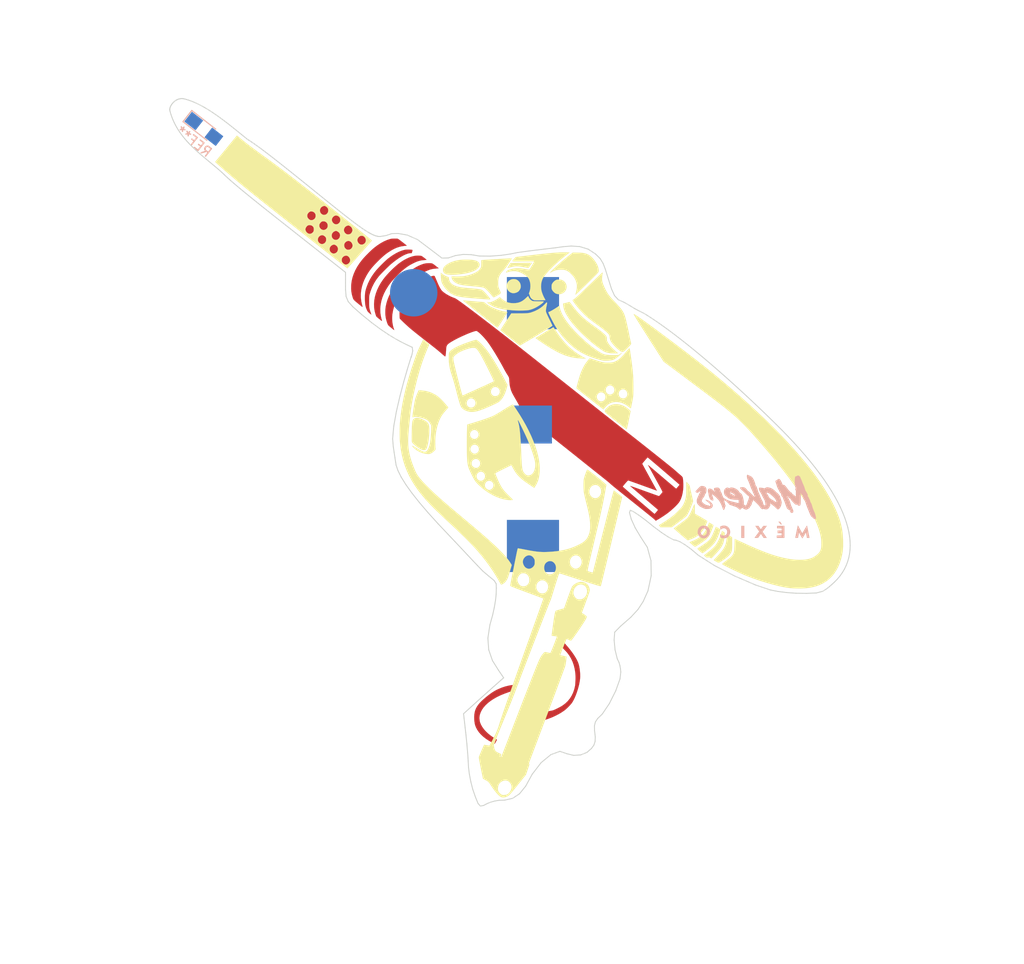
<source format=kicad_pcb>
(kicad_pcb (version 20171130) (host pcbnew 5.1.4-e60b266~84~ubuntu18.04.1)
  (layers (0 F.Cu signal hide) (31 B.Cu signal) (34 B.Paste user) (35 F.Paste user) (36 B.SilkS user) (37 F.SilkS user hide) (38 B.Mask user) (39 F.Mask user hide) (44 Edge.Cuts user))
  (net 0 "")
  (net 1 GND)
  (module MakerMX_75mm:Codi_Pin_Pad_D5.0mm (layer B.Cu) (at 80.7466 78.7908 180)
    (fp_text reference REF**)
    (fp_text value Codi_Pin_Pad_D5.0mm hide)
    (pad 1 smd circle (at 0 0 180) (size 5 5) (layers B.Cu B.Mask))
  )
  (module MakerMX_75mm:makers_mx_75mm_Logo (layer F.Cu) (at 114.3508 105.1052)
    (fp_text reference Ref** hide)
    (fp_text value Val** hide)
  )
  (module MakerMX_75mm:makers_mx_75mm (layer F.Cu) (at 90.424 95.5294)
    (fp_text reference Ref** hide)
    (fp_text value Val** hide)
    (fp_line (start -29.698564 -29.235723) (end -29.57751 -29.118881) (layer Edge.Cuts) (width 0.1))
    (fp_line (start -29.885773 -29.410005) (end -29.698564 -29.235723) (layer Edge.Cuts) (width 0.1))
    (fp_line (start -30.078551 -29.583543) (end -29.885773 -29.410005) (layer Edge.Cuts) (width 0.1))
    (fp_line (start -30.276289 -29.756682) (end -30.078551 -29.583543) (layer Edge.Cuts) (width 0.1))
    (fp_line (start -30.478381 -29.929762) (end -30.276289 -29.756682) (layer Edge.Cuts) (width 0.1))
    (fp_line (start -30.684215 -30.103129) (end -30.478381 -29.929762) (layer Edge.Cuts) (width 0.1))
    (fp_line (start -30.893186 -30.277122) (end -30.684215 -30.103129) (layer Edge.Cuts) (width 0.1))
    (fp_line (start -31.104682 -30.452084) (end -30.893186 -30.277122) (layer Edge.Cuts) (width 0.1))
    (fp_line (start -31.318095 -30.628361) (end -31.104682 -30.452084) (layer Edge.Cuts) (width 0.1))
    (fp_line (start -31.532819 -30.806292) (end -31.318095 -30.628361) (layer Edge.Cuts) (width 0.1))
    (fp_line (start -31.748243 -30.98622) (end -31.532819 -30.806292) (layer Edge.Cuts) (width 0.1))
    (fp_line (start -31.96376 -31.168489) (end -31.748243 -30.98622) (layer Edge.Cuts) (width 0.1))
    (fp_line (start -32.17876 -31.353441) (end -31.96376 -31.168489) (layer Edge.Cuts) (width 0.1))
    (fp_line (start -32.392635 -31.541417) (end -32.17876 -31.353441) (layer Edge.Cuts) (width 0.1))
    (fp_line (start -32.604778 -31.732761) (end -32.392635 -31.541417) (layer Edge.Cuts) (width 0.1))
    (fp_line (start -32.814578 -31.927816) (end -32.604778 -31.732761) (layer Edge.Cuts) (width 0.1))
    (fp_line (start -33.021427 -32.126924) (end -32.814578 -31.927816) (layer Edge.Cuts) (width 0.1))
    (fp_line (start -33.224718 -32.330427) (end -33.021427 -32.126924) (layer Edge.Cuts) (width 0.1))
    (fp_line (start -33.423841 -32.538668) (end -33.224718 -32.330427) (layer Edge.Cuts) (width 0.1))
    (fp_line (start -33.618188 -32.75199) (end -33.423841 -32.538668) (layer Edge.Cuts) (width 0.1))
    (fp_line (start -33.80715 -32.970735) (end -33.618188 -32.75199) (layer Edge.Cuts) (width 0.1))
    (fp_line (start -33.990118 -33.195245) (end -33.80715 -32.970735) (layer Edge.Cuts) (width 0.1))
    (fp_line (start -34.166486 -33.425863) (end -33.990118 -33.195245) (layer Edge.Cuts) (width 0.1))
    (fp_line (start -34.335643 -33.662933) (end -34.166486 -33.425863) (layer Edge.Cuts) (width 0.1))
    (fp_line (start -34.49698 -33.906796) (end -34.335643 -33.662933) (layer Edge.Cuts) (width 0.1))
    (fp_line (start -34.64989 -34.157794) (end -34.49698 -33.906796) (layer Edge.Cuts) (width 0.1))
    (fp_line (start -34.793765 -34.416271) (end -34.64989 -34.157794) (layer Edge.Cuts) (width 0.1))
    (fp_line (start -34.927994 -34.682568) (end -34.793765 -34.416271) (layer Edge.Cuts) (width 0.1))
    (fp_line (start -35.051972 -34.957029) (end -34.927994 -34.682568) (layer Edge.Cuts) (width 0.1))
    (fp_line (start -35.165085 -35.239996) (end -35.051972 -34.957029) (layer Edge.Cuts) (width 0.1))
    (fp_line (start -35.266729 -35.531812) (end -35.165085 -35.239996) (layer Edge.Cuts) (width 0.1))
    (fp_line (start -35.356296 -35.832819) (end -35.266729 -35.531812) (layer Edge.Cuts) (width 0.1))
    (fp_line (start -35.389178 -35.964937) (end -35.356296 -35.832819) (layer Edge.Cuts) (width 0.1))
    (fp_line (start -35.394437 -36.011653) (end -35.389178 -35.964937) (layer Edge.Cuts) (width 0.1))
    (fp_line (start -35.394838 -36.061307) (end -35.394437 -36.011653) (layer Edge.Cuts) (width 0.1))
    (fp_line (start -35.390487 -36.113541) (end -35.394838 -36.061307) (layer Edge.Cuts) (width 0.1))
    (fp_line (start -35.381504 -36.167993) (end -35.390487 -36.113541) (layer Edge.Cuts) (width 0.1))
    (fp_line (start -35.368004 -36.224305) (end -35.381504 -36.167993) (layer Edge.Cuts) (width 0.1))
    (fp_line (start -35.350111 -36.282116) (end -35.368004 -36.224305) (layer Edge.Cuts) (width 0.1))
    (fp_line (start -35.32792 -36.341067) (end -35.350111 -36.282116) (layer Edge.Cuts) (width 0.1))
    (fp_line (start -35.301566 -36.400796) (end -35.32792 -36.341067) (layer Edge.Cuts) (width 0.1))
    (fp_line (start -35.271158 -36.460945) (end -35.301566 -36.400796) (layer Edge.Cuts) (width 0.1))
    (fp_line (start -35.236804 -36.521152) (end -35.271158 -36.460945) (layer Edge.Cuts) (width 0.1))
    (fp_line (start -35.198625 -36.581059) (end -35.236804 -36.521152) (layer Edge.Cuts) (width 0.1))
    (fp_line (start -35.156732 -36.640304) (end -35.198625 -36.581059) (layer Edge.Cuts) (width 0.1))
    (fp_line (start -35.111244 -36.698527) (end -35.156732 -36.640304) (layer Edge.Cuts) (width 0.1))
    (fp_line (start -35.062275 -36.755369) (end -35.111244 -36.698527) (layer Edge.Cuts) (width 0.1))
    (fp_line (start -35.009938 -36.810469) (end -35.062275 -36.755369) (layer Edge.Cuts) (width 0.1))
    (fp_line (start -34.954349 -36.863469) (end -35.009938 -36.810469) (layer Edge.Cuts) (width 0.1))
    (fp_line (start -34.895626 -36.914007) (end -34.954349 -36.863469) (layer Edge.Cuts) (width 0.1))
    (fp_line (start -34.833877 -36.961723) (end -34.895626 -36.914007) (layer Edge.Cuts) (width 0.1))
    (fp_line (start -34.769224 -37.006258) (end -34.833877 -36.961723) (layer Edge.Cuts) (width 0.1))
    (fp_line (start -34.701777 -37.047251) (end -34.769224 -37.006258) (layer Edge.Cuts) (width 0.1))
    (fp_line (start -34.631654 -37.084343) (end -34.701777 -37.047251) (layer Edge.Cuts) (width 0.1))
    (fp_line (start -34.558971 -37.117172) (end -34.631654 -37.084343) (layer Edge.Cuts) (width 0.1))
    (fp_line (start -34.483837 -37.14538) (end -34.558971 -37.117172) (layer Edge.Cuts) (width 0.1))
    (fp_line (start -34.406374 -37.168605) (end -34.483837 -37.14538) (layer Edge.Cuts) (width 0.1))
    (fp_line (start -34.326693 -37.186489) (end -34.406374 -37.168605) (layer Edge.Cuts) (width 0.1))
    (fp_line (start -34.244909 -37.198671) (end -34.326693 -37.186489) (layer Edge.Cuts) (width 0.1))
    (fp_line (start -34.161136 -37.20479) (end -34.244909 -37.198671) (layer Edge.Cuts) (width 0.1))
    (fp_line (start -34.075492 -37.204488) (end -34.161136 -37.20479) (layer Edge.Cuts) (width 0.1))
    (fp_line (start -33.98809 -37.197403) (end -34.075492 -37.204488) (layer Edge.Cuts) (width 0.1))
    (fp_line (start -33.899048 -37.183176) (end -33.98809 -37.197403) (layer Edge.Cuts) (width 0.1))
    (fp_line (start -33.808478 -37.161446) (end -33.899048 -37.183176) (layer Edge.Cuts) (width 0.1))
    (fp_line (start -33.639706 -37.114734) (end -33.808478 -37.161446) (layer Edge.Cuts) (width 0.1))
    (fp_line (start -33.431658 -37.051074) (end -33.639706 -37.114734) (layer Edge.Cuts) (width 0.1))
    (fp_line (start -33.222859 -36.979317) (end -33.431658 -37.051074) (layer Edge.Cuts) (width 0.1))
    (fp_line (start -33.013401 -36.899814) (end -33.222859 -36.979317) (layer Edge.Cuts) (width 0.1))
    (fp_line (start -32.803373 -36.812913) (end -33.013401 -36.899814) (layer Edge.Cuts) (width 0.1))
    (fp_line (start -32.592867 -36.718966) (end -32.803373 -36.812913) (layer Edge.Cuts) (width 0.1))
    (fp_line (start -32.381973 -36.618322) (end -32.592867 -36.718966) (layer Edge.Cuts) (width 0.1))
    (fp_line (start -32.170782 -36.51133) (end -32.381973 -36.618322) (layer Edge.Cuts) (width 0.1))
    (fp_line (start -31.959385 -36.398341) (end -32.170782 -36.51133) (layer Edge.Cuts) (width 0.1))
    (fp_line (start -31.747873 -36.279705) (end -31.959385 -36.398341) (layer Edge.Cuts) (width 0.1))
    (fp_line (start -31.536335 -36.155771) (end -31.747873 -36.279705) (layer Edge.Cuts) (width 0.1))
    (fp_line (start -31.324864 -36.026889) (end -31.536335 -36.155771) (layer Edge.Cuts) (width 0.1))
    (fp_line (start -31.11355 -35.893409) (end -31.324864 -36.026889) (layer Edge.Cuts) (width 0.1))
    (fp_line (start -30.902482 -35.755681) (end -31.11355 -35.893409) (layer Edge.Cuts) (width 0.1))
    (fp_line (start -30.691753 -35.614055) (end -30.902482 -35.755681) (layer Edge.Cuts) (width 0.1))
    (fp_line (start -30.481453 -35.46888) (end -30.691753 -35.614055) (layer Edge.Cuts) (width 0.1))
    (fp_line (start -30.271673 -35.320508) (end -30.481453 -35.46888) (layer Edge.Cuts) (width 0.1))
    (fp_line (start -30.062503 -35.169286) (end -30.271673 -35.320508) (layer Edge.Cuts) (width 0.1))
    (fp_line (start -29.854034 -35.015566) (end -30.062503 -35.169286) (layer Edge.Cuts) (width 0.1))
    (fp_line (start -29.646357 -34.859698) (end -29.854034 -35.015566) (layer Edge.Cuts) (width 0.1))
    (fp_line (start -29.439563 -34.70203) (end -29.646357 -34.859698) (layer Edge.Cuts) (width 0.1))
    (fp_line (start -29.233742 -34.542913) (end -29.439563 -34.70203) (layer Edge.Cuts) (width 0.1))
    (fp_line (start -29.028985 -34.382697) (end -29.233742 -34.542913) (layer Edge.Cuts) (width 0.1))
    (fp_line (start -28.825383 -34.221731) (end -29.028985 -34.382697) (layer Edge.Cuts) (width 0.1))
    (fp_line (start -28.623026 -34.060366) (end -28.825383 -34.221731) (layer Edge.Cuts) (width 0.1))
    (fp_line (start -28.422006 -33.898952) (end -28.623026 -34.060366) (layer Edge.Cuts) (width 0.1))
    (fp_line (start -28.222413 -33.737837) (end -28.422006 -33.898952) (layer Edge.Cuts) (width 0.1))
    (fp_line (start -28.024338 -33.577373) (end -28.222413 -33.737837) (layer Edge.Cuts) (width 0.1))
    (fp_line (start -27.827871 -33.417909) (end -28.024338 -33.577373) (layer Edge.Cuts) (width 0.1))
    (fp_line (start -27.633103 -33.259795) (end -27.827871 -33.417909) (layer Edge.Cuts) (width 0.1))
    (fp_line (start -27.440126 -33.10338) (end -27.633103 -33.259795) (layer Edge.Cuts) (width 0.1))
    (fp_line (start -27.249029 -32.949015) (end -27.440126 -33.10338) (layer Edge.Cuts) (width 0.1))
    (fp_line (start -27.135187 -32.867082) (end -27.249029 -32.949015) (layer Edge.Cuts) (width 0.1))
    (fp_line (start -27.056487 -32.817906) (end -27.135187 -32.867082) (layer Edge.Cuts) (width 0.1))
    (fp_line (start -26.974957 -32.766009) (end -27.056487 -32.817906) (layer Edge.Cuts) (width 0.1))
    (fp_line (start -26.890617 -32.711089) (end -26.974957 -32.766009) (layer Edge.Cuts) (width 0.1))
    (fp_line (start -26.803247 -32.653347) (end -26.890617 -32.711089) (layer Edge.Cuts) (width 0.1))
    (fp_line (start -26.712857 -32.592683) (end -26.803247 -32.653347) (layer Edge.Cuts) (width 0.1))
    (fp_line (start -26.619247 -32.528996) (end -26.712857 -32.592683) (layer Edge.Cuts) (width 0.1))
    (fp_line (start -26.522397 -32.462285) (end -26.619247 -32.528996) (layer Edge.Cuts) (width 0.1))
    (fp_line (start -26.422273 -32.39235) (end -26.522397 -32.462285) (layer Edge.Cuts) (width 0.1))
    (fp_line (start -26.318832 -32.319292) (end -26.422273 -32.39235) (layer Edge.Cuts) (width 0.1))
    (fp_line (start -26.211815 -32.242907) (end -26.318832 -32.319292) (layer Edge.Cuts) (width 0.1))
    (fp_line (start -26.101421 -32.163299) (end -26.211815 -32.242907) (layer Edge.Cuts) (width 0.1))
    (fp_line (start -25.987299 -32.080264) (end -26.101421 -32.163299) (layer Edge.Cuts) (width 0.1))
    (fp_line (start -25.869448 -31.993802) (end -25.987299 -32.080264) (layer Edge.Cuts) (width 0.1))
    (fp_line (start -25.747898 -31.904016) (end -25.869448 -31.993802) (layer Edge.Cuts) (width 0.1))
    (fp_line (start -25.622469 -31.810601) (end -25.747898 -31.904016) (layer Edge.Cuts) (width 0.1))
    (fp_line (start -25.493089 -31.713659) (end -25.622469 -31.810601) (layer Edge.Cuts) (width 0.1))
    (fp_line (start -25.359679 -31.613049) (end -25.493089 -31.713659) (layer Edge.Cuts) (width 0.1))
    (fp_line (start -25.222257 -31.508732) (end -25.359679 -31.613049) (layer Edge.Cuts) (width 0.1))
    (fp_line (start -25.080643 -31.400756) (end -25.222257 -31.508732) (layer Edge.Cuts) (width 0.1))
    (fp_line (start -24.934756 -31.28887) (end -25.080643 -31.400756) (layer Edge.Cuts) (width 0.1))
    (fp_line (start -24.784626 -31.173205) (end -24.934756 -31.28887) (layer Edge.Cuts) (width 0.1))
    (fp_line (start -24.630072 -31.05361) (end -24.784626 -31.173205) (layer Edge.Cuts) (width 0.1))
    (fp_line (start -24.47103 -30.930136) (end -24.630072 -31.05361) (layer Edge.Cuts) (width 0.1))
    (fp_line (start -24.307398 -30.80253) (end -24.47103 -30.930136) (layer Edge.Cuts) (width 0.1))
    (fp_line (start -24.139212 -30.670923) (end -24.307398 -30.80253) (layer Edge.Cuts) (width 0.1))
    (fp_line (start -23.966178 -30.535165) (end -24.139212 -30.670923) (layer Edge.Cuts) (width 0.1))
    (fp_line (start -23.788438 -30.395204) (end -23.966178 -30.535165) (layer Edge.Cuts) (width 0.1))
    (fp_line (start -23.605912 -30.250981) (end -23.788438 -30.395204) (layer Edge.Cuts) (width 0.1))
    (fp_line (start -23.418307 -30.102435) (end -23.605912 -30.250981) (layer Edge.Cuts) (width 0.1))
    (fp_line (start -23.225754 -29.949626) (end -23.418307 -30.102435) (layer Edge.Cuts) (width 0.1))
    (fp_line (start -23.028072 -29.792282) (end -23.225754 -29.949626) (layer Edge.Cuts) (width 0.1))
    (fp_line (start -22.825291 -29.630555) (end -23.028072 -29.792282) (layer Edge.Cuts) (width 0.1))
    (fp_line (start -22.617129 -29.464384) (end -22.825291 -29.630555) (layer Edge.Cuts) (width 0.1))
    (fp_line (start -22.403706 -29.293517) (end -22.617129 -29.464384) (layer Edge.Cuts) (width 0.1))
    (fp_line (start -22.184832 -29.118005) (end -22.403706 -29.293517) (layer Edge.Cuts) (width 0.1))
    (fp_line (start -21.960456 -28.937887) (end -22.184832 -29.118005) (layer Edge.Cuts) (width 0.1))
    (fp_line (start -21.730577 -28.753003) (end -21.960456 -28.937887) (layer Edge.Cuts) (width 0.1))
    (fp_line (start -21.495026 -28.563302) (end -21.730577 -28.753003) (layer Edge.Cuts) (width 0.1))
    (fp_line (start -21.25372 -28.368723) (end -21.495026 -28.563302) (layer Edge.Cuts) (width 0.1))
    (fp_line (start -21.00669 -28.169227) (end -21.25372 -28.368723) (layer Edge.Cuts) (width 0.1))
    (fp_line (start -20.753645 -27.964833) (end -21.00669 -28.169227) (layer Edge.Cuts) (width 0.1))
    (fp_line (start -20.454879 -27.723195) (end -20.753645 -27.964833) (layer Edge.Cuts) (width 0.1))
    (fp_line (start -20.144677 -27.472475) (end -20.454879 -27.723195) (layer Edge.Cuts) (width 0.1))
    (fp_line (start -19.844213 -27.229537) (end -20.144677 -27.472475) (layer Edge.Cuts) (width 0.1))
    (fp_line (start -19.553171 -26.994358) (end -19.844213 -27.229537) (layer Edge.Cuts) (width 0.1))
    (fp_line (start -19.271459 -26.766927) (end -19.553171 -26.994358) (layer Edge.Cuts) (width 0.1))
    (fp_line (start -18.998786 -26.547135) (end -19.271459 -26.766927) (layer Edge.Cuts) (width 0.1))
    (fp_line (start -18.735051 -26.334669) (end -18.998786 -26.547135) (layer Edge.Cuts) (width 0.1))
    (fp_line (start -18.480083 -26.129598) (end -18.735051 -26.334669) (layer Edge.Cuts) (width 0.1))
    (fp_line (start -18.233579 -25.931823) (end -18.480083 -26.129598) (layer Edge.Cuts) (width 0.1))
    (fp_line (start -17.995458 -25.741032) (end -18.233579 -25.931823) (layer Edge.Cuts) (width 0.1))
    (fp_line (start -17.765509 -25.557415) (end -17.995458 -25.741032) (layer Edge.Cuts) (width 0.1))
    (fp_line (start -17.543461 -25.38057) (end -17.765509 -25.557415) (layer Edge.Cuts) (width 0.1))
    (fp_line (start -17.329221 -25.210556) (end -17.543461 -25.38057) (layer Edge.Cuts) (width 0.1))
    (fp_line (start -17.122489 -25.047184) (end -17.329221 -25.210556) (layer Edge.Cuts) (width 0.1))
    (fp_line (start -16.923173 -24.890441) (end -17.122489 -25.047184) (layer Edge.Cuts) (width 0.1))
    (fp_line (start -16.731101 -24.740097) (end -16.923173 -24.890441) (layer Edge.Cuts) (width 0.1))
    (fp_line (start -16.545963 -24.596051) (end -16.731101 -24.740097) (layer Edge.Cuts) (width 0.1))
    (fp_line (start -16.367776 -24.458303) (end -16.545963 -24.596051) (layer Edge.Cuts) (width 0.1))
    (fp_line (start -16.19605 -24.326621) (end -16.367776 -24.458303) (layer Edge.Cuts) (width 0.1))
    (fp_line (start -16.030802 -24.201005) (end -16.19605 -24.326621) (layer Edge.Cuts) (width 0.1))
    (fp_line (start -15.871811 -24.081124) (end -16.030802 -24.201005) (layer Edge.Cuts) (width 0.1))
    (fp_line (start -15.718926 -23.967196) (end -15.871811 -24.081124) (layer Edge.Cuts) (width 0.1))
    (fp_line (start -15.571836 -23.858791) (end -15.718926 -23.967196) (layer Edge.Cuts) (width 0.1))
    (fp_line (start -15.430448 -23.755989) (end -15.571836 -23.858791) (layer Edge.Cuts) (width 0.1))
    (fp_line (start -15.294482 -23.658549) (end -15.430448 -23.755989) (layer Edge.Cuts) (width 0.1))
    (fp_line (start -15.163826 -23.566539) (end -15.294482 -23.658549) (layer Edge.Cuts) (width 0.1))
    (fp_line (start -15.038318 -23.479679) (end -15.163826 -23.566539) (layer Edge.Cuts) (width 0.1))
    (fp_line (start -14.917657 -23.398059) (end -15.038318 -23.479679) (layer Edge.Cuts) (width 0.1))
    (fp_line (start -14.801742 -23.321269) (end -14.917657 -23.398059) (layer Edge.Cuts) (width 0.1))
    (fp_line (start -14.690301 -23.249519) (end -14.801742 -23.321269) (layer Edge.Cuts) (width 0.1))
    (fp_line (start -14.583313 -23.182409) (end -14.690301 -23.249519) (layer Edge.Cuts) (width 0.1))
    (fp_line (start -14.480416 -23.119929) (end -14.583313 -23.182409) (layer Edge.Cuts) (width 0.1))
    (fp_line (start -14.381456 -23.061989) (end -14.480416 -23.119929) (layer Edge.Cuts) (width 0.1))
    (fp_line (start -14.286226 -23.008579) (end -14.381456 -23.061989) (layer Edge.Cuts) (width 0.1))
    (fp_line (start -14.194636 -22.959399) (end -14.286226 -23.008579) (layer Edge.Cuts) (width 0.1))
    (fp_line (start -14.106356 -22.914359) (end -14.194636 -22.959399) (layer Edge.Cuts) (width 0.1))
    (fp_line (start -14.021306 -22.873539) (end -14.106356 -22.914359) (layer Edge.Cuts) (width 0.1))
    (fp_line (start -13.939276 -22.836659) (end -14.021306 -22.873539) (layer Edge.Cuts) (width 0.1))
    (fp_line (start -13.859976 -22.803819) (end -13.939276 -22.836659) (layer Edge.Cuts) (width 0.1))
    (fp_line (start -13.783386 -22.774829) (end -13.859976 -22.803819) (layer Edge.Cuts) (width 0.1))
    (fp_line (start -13.709116 -22.749339) (end -13.783386 -22.774829) (layer Edge.Cuts) (width 0.1))
    (fp_line (start -13.637166 -22.726279) (end -13.709116 -22.749339) (layer Edge.Cuts) (width 0.1))
    (fp_line (start -13.567326 -22.707749) (end -13.637166 -22.726279) (layer Edge.Cuts) (width 0.1))
    (fp_line (start -13.499306 -22.692439) (end -13.567326 -22.707749) (layer Edge.Cuts) (width 0.1))
    (fp_line (start -13.432906 -22.680249) (end -13.499306 -22.692439) (layer Edge.Cuts) (width 0.1))
    (fp_line (start -13.367906 -22.671149) (end -13.432906 -22.680249) (layer Edge.Cuts) (width 0.1))
    (fp_line (start -13.304226 -22.665149) (end -13.367906 -22.671149) (layer Edge.Cuts) (width 0.1))
    (fp_line (start -13.241646 -22.662482) (end -13.304226 -22.665149) (layer Edge.Cuts) (width 0.1))
    (fp_line (start -12.598041 -22.76688) (end -13.241646 -22.662482) (layer Edge.Cuts) (width 0.1))
    (fp_line (start -11.997416 -22.969649) (end -12.598041 -22.76688) (layer Edge.Cuts) (width 0.1))
    (fp_line (start -11.314402 -22.988189) (end -11.997416 -22.969649) (layer Edge.Cuts) (width 0.1))
    (fp_line (start -10.35976 -22.820155) (end -11.314402 -22.988189) (layer Edge.Cuts) (width 0.1))
    (fp_line (start -9.266971 -22.339549) (end -10.35976 -22.820155) (layer Edge.Cuts) (width 0.1))
    (fp_line (start -8.809894 -21.992766) (end -9.266971 -22.339549) (layer Edge.Cuts) (width 0.1))
    (fp_line (start -8.299802 -21.607479) (end -8.809894 -21.992766) (layer Edge.Cuts) (width 0.1))
    (fp_line (start -7.538398 -21.030294) (end -8.299802 -21.607479) (layer Edge.Cuts) (width 0.1))
    (fp_line (start -6.69543 -20.387487) (end -7.538398 -21.030294) (layer Edge.Cuts) (width 0.1))
    (fp_line (start -6.015812 -20.411754) (end -6.69543 -20.387487) (layer Edge.Cuts) (width 0.1))
    (fp_line (start -5.269503 -20.65746) (end -6.015812 -20.411754) (layer Edge.Cuts) (width 0.1))
    (fp_line (start -4.449863 -20.779803) (end -5.269503 -20.65746) (layer Edge.Cuts) (width 0.1))
    (fp_line (start -3.613949 -20.75249) (end -4.449863 -20.779803) (layer Edge.Cuts) (width 0.1))
    (fp_line (start -2.741415 -20.60738) (end -3.613949 -20.75249) (layer Edge.Cuts) (width 0.1))
    (fp_line (start -1.614777 -20.5977) (end -2.741415 -20.60738) (layer Edge.Cuts) (width 0.1))
    (fp_line (start -0.459531 -20.682208) (end -1.614777 -20.5977) (layer Edge.Cuts) (width 0.1))
    (fp_line (start 0.49883 -20.819333) (end -0.459531 -20.682208) (layer Edge.Cuts) (width 0.1))
    (fp_line (start 1.255458 -20.974948) (end 0.49883 -20.819333) (layer Edge.Cuts) (width 0.1))
    (fp_line (start 2.57354 -21.155324) (end 1.255458 -20.974948) (layer Edge.Cuts) (width 0.1))
    (fp_line (start 4.055707 -21.333696) (end 2.57354 -21.155324) (layer Edge.Cuts) (width 0.1))
    (fp_line (start 5.304601 -21.483352) (end 4.055707 -21.333696) (layer Edge.Cuts) (width 0.1))
    (fp_line (start 6.071144 -21.591779) (end 5.304601 -21.483352) (layer Edge.Cuts) (width 0.1))
    (fp_line (start 6.929691 -21.661519) (end 6.071144 -21.591779) (layer Edge.Cuts) (width 0.1))
    (fp_line (start 7.828396 -21.604463) (end 6.929691 -21.661519) (layer Edge.Cuts) (width 0.1))
    (fp_line (start 8.71538 -21.332864) (end 7.828396 -21.604463) (layer Edge.Cuts) (width 0.1))
    (fp_line (start 9.492857 -20.823458) (end 8.71538 -21.332864) (layer Edge.Cuts) (width 0.1))
    (fp_line (start 9.983531 -20.336583) (end 9.492857 -20.823458) (layer Edge.Cuts) (width 0.1))
    (fp_line (start 10.291653 -19.821423) (end 9.983531 -20.336583) (layer Edge.Cuts) (width 0.1))
    (fp_line (start 10.521624 -19.227157) (end 10.291653 -19.821423) (layer Edge.Cuts) (width 0.1))
    (fp_line (start 10.861365 -18.136716) (end 10.521624 -19.227157) (layer Edge.Cuts) (width 0.1))
    (fp_line (start 11.176415 -17.139337) (end 10.861365 -18.136716) (layer Edge.Cuts) (width 0.1))
    (fp_line (start 11.493148 -16.434959) (end 11.176415 -17.139337) (layer Edge.Cuts) (width 0.1))
    (fp_line (start 11.896382 -16.000536) (end 11.493148 -16.434959) (layer Edge.Cuts) (width 0.1))
    (fp_line (start 12.523237 -15.718811) (end 11.896382 -16.000536) (layer Edge.Cuts) (width 0.1))
    (fp_line (start 13.096674 -15.388202) (end 12.523237 -15.718811) (layer Edge.Cuts) (width 0.1))
    (fp_line (start 13.619815 -15.066336) (end 13.096674 -15.388202) (layer Edge.Cuts) (width 0.1))
    (fp_line (start 14.150878 -14.787698) (end 13.619815 -15.066336) (layer Edge.Cuts) (width 0.1))
    (fp_line (start 14.592919 -14.568143) (end 14.150878 -14.787698) (layer Edge.Cuts) (width 0.1))
    (fp_line (start 14.975042 -14.331349) (end 14.592919 -14.568143) (layer Edge.Cuts) (width 0.1))
    (fp_line (start 15.368008 -14.078143) (end 14.975042 -14.331349) (layer Edge.Cuts) (width 0.1))
    (fp_line (start 15.771182 -13.80953) (end 15.368008 -14.078143) (layer Edge.Cuts) (width 0.1))
    (fp_line (start 16.183899 -13.526005) (end 15.771182 -13.80953) (layer Edge.Cuts) (width 0.1))
    (fp_line (start 16.605493 -13.228361) (end 16.183899 -13.526005) (layer Edge.Cuts) (width 0.1))
    (fp_line (start 17.035331 -12.917312) (end 16.605493 -13.228361) (layer Edge.Cuts) (width 0.1))
    (fp_line (start 17.472737 -12.593555) (end 17.035331 -12.917312) (layer Edge.Cuts) (width 0.1))
    (fp_line (start 17.917056 -12.257797) (end 17.472737 -12.593555) (layer Edge.Cuts) (width 0.1))
    (fp_line (start 18.367653 -11.910763) (end 17.917056 -12.257797) (layer Edge.Cuts) (width 0.1))
    (fp_line (start 18.823842 -11.553147) (end 18.367653 -11.910763) (layer Edge.Cuts) (width 0.1))
    (fp_line (start 19.285 -11.185666) (end 18.823842 -11.553147) (layer Edge.Cuts) (width 0.1))
    (fp_line (start 19.75044 -10.809025) (end 19.285 -11.185666) (layer Edge.Cuts) (width 0.1))
    (fp_line (start 20.219528 -10.42394) (end 19.75044 -10.809025) (layer Edge.Cuts) (width 0.1))
    (fp_line (start 20.691599 -10.031115) (end 20.219528 -10.42394) (layer Edge.Cuts) (width 0.1))
    (fp_line (start 21.165998 -9.631256) (end 20.691599 -10.031115) (layer Edge.Cuts) (width 0.1))
    (fp_line (start 21.642069 -9.225089) (end 21.165998 -9.631256) (layer Edge.Cuts) (width 0.1))
    (fp_line (start 22.119159 -8.813309) (end 21.642069 -9.225089) (layer Edge.Cuts) (width 0.1))
    (fp_line (start 22.596611 -8.396622) (end 22.119159 -8.813309) (layer Edge.Cuts) (width 0.1))
    (fp_line (start 23.073771 -7.975753) (end 22.596611 -8.396622) (layer Edge.Cuts) (width 0.1))
    (fp_line (start 23.549973 -7.551407) (end 23.073771 -7.975753) (layer Edge.Cuts) (width 0.1))
    (fp_line (start 24.024574 -7.12429) (end 23.549973 -7.551407) (layer Edge.Cuts) (width 0.1))
    (fp_line (start 24.496917 -6.695107) (end 24.024574 -7.12429) (layer Edge.Cuts) (width 0.1))
    (fp_line (start 24.966337 -6.264574) (end 24.496917 -6.695107) (layer Edge.Cuts) (width 0.1))
    (fp_line (start 25.432181 -5.833406) (end 24.966337 -6.264574) (layer Edge.Cuts) (width 0.1))
    (fp_line (start 25.893802 -5.402308) (end 25.432181 -5.833406) (layer Edge.Cuts) (width 0.1))
    (fp_line (start 26.350535 -4.971986) (end 25.893802 -5.402308) (layer Edge.Cuts) (width 0.1))
    (fp_line (start 26.801737 -4.543146) (end 26.350535 -4.971986) (layer Edge.Cuts) (width 0.1))
    (fp_line (start 27.246731 -4.116513) (end 26.801737 -4.543146) (layer Edge.Cuts) (width 0.1))
    (fp_line (start 27.684882 -3.692781) (end 27.246731 -4.116513) (layer Edge.Cuts) (width 0.1))
    (fp_line (start 28.115516 -3.272668) (end 27.684882 -3.692781) (layer Edge.Cuts) (width 0.1))
    (fp_line (start 28.537988 -2.856887) (end 28.115516 -3.272668) (layer Edge.Cuts) (width 0.1))
    (fp_line (start 29.141151 -2.255165) (end 28.537988 -2.856887) (layer Edge.Cuts) (width 0.1))
    (fp_line (start 29.808879 -1.567384) (end 29.141151 -2.255165) (layer Edge.Cuts) (width 0.1))
    (fp_line (start 30.444431 -0.889539) (end 29.808879 -1.567384) (layer Edge.Cuts) (width 0.1))
    (fp_line (start 31.047766 -0.221761) (end 30.444431 -0.889539) (layer Edge.Cuts) (width 0.1))
    (fp_line (start 31.618824 0.435789) (end 31.047766 -0.221761) (layer Edge.Cuts) (width 0.1))
    (fp_line (start 32.157565 1.082969) (end 31.618824 0.435789) (layer Edge.Cuts) (width 0.1))
    (fp_line (start 32.663928 1.719629) (end 32.157565 1.082969) (layer Edge.Cuts) (width 0.1))
    (fp_line (start 33.137863 2.345628) (end 32.663928 1.719629) (layer Edge.Cuts) (width 0.1))
    (fp_line (start 33.57932 2.960823) (end 33.137863 2.345628) (layer Edge.Cuts) (width 0.1))
    (fp_line (start 33.988248 3.565055) (end 33.57932 2.960823) (layer Edge.Cuts) (width 0.1))
    (fp_line (start 34.364597 4.158192) (end 33.988248 3.565055) (layer Edge.Cuts) (width 0.1))
    (fp_line (start 34.708316 4.740053) (end 34.364597 4.158192) (layer Edge.Cuts) (width 0.1))
    (fp_line (start 35.019302 5.310738) (end 34.708316 4.740053) (layer Edge.Cuts) (width 0.1))
    (fp_line (start 35.297768 5.869837) (end 35.019302 5.310738) (layer Edge.Cuts) (width 0.1))
    (fp_line (start 35.543212 6.417103) (end 35.297768 5.869837) (layer Edge.Cuts) (width 0.1))
    (fp_line (start 35.755905 6.952539) (end 35.543212 6.417103) (layer Edge.Cuts) (width 0.1))
    (fp_line (start 35.935686 7.475993) (end 35.755905 6.952539) (layer Edge.Cuts) (width 0.1))
    (fp_line (start 36.082515 7.987324) (end 35.935686 7.475993) (layer Edge.Cuts) (width 0.1))
    (fp_line (start 36.196422 8.486382) (end 36.082515 7.987324) (layer Edge.Cuts) (width 0.1))
    (fp_line (start 36.277132 8.973024) (end 36.196422 8.486382) (layer Edge.Cuts) (width 0.1))
    (fp_line (start 36.324452 9.4471) (end 36.277132 8.973024) (layer Edge.Cuts) (width 0.1))
    (fp_line (start 36.339552 9.908469) (end 36.324452 9.4471) (layer Edge.Cuts) (width 0.1))
    (fp_line (start 36.321242 10.35698) (end 36.339552 9.908469) (layer Edge.Cuts) (width 0.1))
    (fp_line (start 36.269442 10.792481) (end 36.321242 10.35698) (layer Edge.Cuts) (width 0.1))
    (fp_line (start 36.184192 11.214832) (end 36.269442 10.792481) (layer Edge.Cuts) (width 0.1))
    (fp_line (start 36.06558 11.623891) (end 36.184192 11.214832) (layer Edge.Cuts) (width 0.1))
    (fp_line (start 35.913642 12.019517) (end 36.06558 11.623891) (layer Edge.Cuts) (width 0.1))
    (fp_line (start 35.728229 12.401539) (end 35.913642 12.019517) (layer Edge.Cuts) (width 0.1))
    (fp_line (start 35.509288 12.769837) (end 35.728229 12.401539) (layer Edge.Cuts) (width 0.1))
    (fp_line (start 35.256771 13.124248) (end 35.509288 12.769837) (layer Edge.Cuts) (width 0.1))
    (fp_line (start 34.970638 13.464631) (end 35.256771 13.124248) (layer Edge.Cuts) (width 0.1))
    (fp_line (start 34.650862 13.790847) (end 34.970638 13.464631) (layer Edge.Cuts) (width 0.1))
    (fp_line (start 34.465842 13.957878) (end 34.650862 13.790847) (layer Edge.Cuts) (width 0.1))
    (fp_line (start 34.366992 14.046358) (end 34.465842 13.957878) (layer Edge.Cuts) (width 0.1))
    (fp_line (start 34.273072 14.129488) (end 34.366992 14.046358) (layer Edge.Cuts) (width 0.1))
    (fp_line (start 34.183382 14.207278) (end 34.273072 14.129488) (layer Edge.Cuts) (width 0.1))
    (fp_line (start 34.097522 14.280138) (end 34.183382 14.207278) (layer Edge.Cuts) (width 0.1))
    (fp_line (start 34.014882 14.347958) (end 34.097522 14.280138) (layer Edge.Cuts) (width 0.1))
    (fp_line (start 33.934982 14.411138) (end 34.014882 14.347958) (layer Edge.Cuts) (width 0.1))
    (fp_line (start 33.857282 14.469888) (end 33.934982 14.411138) (layer Edge.Cuts) (width 0.1))
    (fp_line (start 33.441164 14.735649) (end 33.857282 14.469888) (layer Edge.Cuts) (width 0.1))
    (fp_line (start 32.764316 14.910873) (end 33.441164 14.735649) (layer Edge.Cuts) (width 0.1))
    (fp_line (start 31.736333 14.952939) (end 32.764316 14.910873) (layer Edge.Cuts) (width 0.1))
    (fp_line (start 30.615076 14.939783) (end 31.736333 14.952939) (layer Edge.Cuts) (width 0.1))
    (fp_line (start 29.639705 14.867433) (end 30.615076 14.939783) (layer Edge.Cuts) (width 0.1))
    (fp_line (start 28.708039 14.748727) (end 29.639705 14.867433) (layer Edge.Cuts) (width 0.1))
    (fp_line (start 27.934109 14.597405) (end 28.708039 14.748727) (layer Edge.Cuts) (width 0.1))
    (fp_line (start 26.378691 14.078645) (end 27.934109 14.597405) (layer Edge.Cuts) (width 0.1))
    (fp_line (start 24.146366 13.117342) (end 26.378691 14.078645) (layer Edge.Cuts) (width 0.1))
    (fp_line (start 22.022691 12.015877) (end 24.146366 13.117342) (layer Edge.Cuts) (width 0.1))
    (fp_line (start 20.327756 10.935351) (end 22.022691 12.015877) (layer Edge.Cuts) (width 0.1))
    (fp_line (start 19.554592 10.282951) (end 20.327756 10.935351) (layer Edge.Cuts) (width 0.1))
    (fp_line (start 18.947156 9.844366) (end 19.554592 10.282951) (layer Edge.Cuts) (width 0.1))
    (fp_line (start 18.410995 9.522332) (end 18.947156 9.844366) (layer Edge.Cuts) (width 0.1))
    (fp_line (start 18.012708 9.358382) (end 18.410995 9.522332) (layer Edge.Cuts) (width 0.1))
    (fp_line (start 17.727537 9.311699) (end 18.012708 9.358382) (layer Edge.Cuts) (width 0.1))
    (fp_line (start 17.17758 9.021062) (end 17.727537 9.311699) (layer Edge.Cuts) (width 0.1))
    (fp_line (start 16.447848 8.54102) (end 17.17758 9.021062) (layer Edge.Cuts) (width 0.1))
    (fp_line (start 15.623371 7.926056) (end 16.447848 8.54102) (layer Edge.Cuts) (width 0.1))
    (fp_line (start 14.793756 7.256454) (end 15.623371 7.926056) (layer Edge.Cuts) (width 0.1))
    (fp_line (start 14.058512 6.711707) (end 14.793756 7.256454) (layer Edge.Cuts) (width 0.1))
    (fp_line (start 13.490053 6.340405) (end 14.058512 6.711707) (layer Edge.Cuts) (width 0.1))
    (fp_line (start 13.160797 6.191165) (end 13.490053 6.340405) (layer Edge.Cuts) (width 0.1))
    (fp_line (start 13.070407 6.432645) (end 13.160797 6.191165) (layer Edge.Cuts) (width 0.1))
    (fp_line (start 13.256589 7.127672) (end 13.070407 6.432645) (layer Edge.Cuts) (width 0.1))
    (fp_line (start 13.679303 8.05299) (end 13.256589 7.127672) (layer Edge.Cuts) (width 0.1))
    (fp_line (start 14.258987 9.024571) (end 13.679303 8.05299) (layer Edge.Cuts) (width 0.1))
    (fp_line (start 14.949721 10.088288) (end 14.258987 9.024571) (layer Edge.Cuts) (width 0.1))
    (fp_line (start 15.336337 11.507524) (end 14.949721 10.088288) (layer Edge.Cuts) (width 0.1))
    (fp_line (start 15.361527 13.084738) (end 15.336337 11.507524) (layer Edge.Cuts) (width 0.1))
    (fp_line (start 15.017937 14.689373) (end 15.361527 13.084738) (layer Edge.Cuts) (width 0.1))
    (fp_line (start 14.510687 15.819447) (end 15.017937 14.689373) (layer Edge.Cuts) (width 0.1))
    (fp_line (start 13.972269 16.643329) (end 14.510687 15.819447) (layer Edge.Cuts) (width 0.1))
    (fp_line (start 13.217949 17.464097) (end 13.972269 16.643329) (layer Edge.Cuts) (width 0.1))
    (fp_line (start 12.140729 18.404138) (end 13.217949 17.464097) (layer Edge.Cuts) (width 0.1))
    (fp_line (start 11.513339 19.042743) (end 12.140729 18.404138) (layer Edge.Cuts) (width 0.1))
    (fp_line (start 11.451819 19.872348) (end 11.513339 19.042743) (layer Edge.Cuts) (width 0.1))
    (fp_line (start 11.549812 20.908373) (end 11.451819 19.872348) (layer Edge.Cuts) (width 0.1))
    (fp_line (start 11.787038 21.860718) (end 11.549812 20.908373) (layer Edge.Cuts) (width 0.1))
    (fp_line (start 11.967837 22.234754) (end 11.787038 21.860718) (layer Edge.Cuts) (width 0.1))
    (fp_line (start 12.056207 22.542342) (end 11.967837 22.234754) (layer Edge.Cuts) (width 0.1))
    (fp_line (start 12.121107 22.89242) (end 12.056207 22.542342) (layer Edge.Cuts) (width 0.1))
    (fp_line (start 12.154057 23.243384) (end 12.121107 22.89242) (layer Edge.Cuts) (width 0.1))
    (fp_line (start 12.074065 23.964692) (end 12.154057 23.243384) (layer Edge.Cuts) (width 0.1))
    (fp_line (start 11.618259 25.235522) (end 12.074065 23.964692) (layer Edge.Cuts) (width 0.1))
    (fp_line (start 10.942903 26.580339) (end 11.618259 25.235522) (layer Edge.Cuts) (width 0.1))
    (fp_line (start 10.204263 27.673158) (end 10.942903 26.580339) (layer Edge.Cuts) (width 0.1))
    (fp_line (start 9.719924 28.142458) (end 10.204263 27.673158) (layer Edge.Cuts) (width 0.1))
    (fp_line (start 9.477548 28.50616) (end 9.719924 28.142458) (layer Edge.Cuts) (width 0.1))
    (fp_line (start 9.375358 28.91406) (end 9.477548 28.50616) (layer Edge.Cuts) (width 0.1))
    (fp_line (start 9.389868 29.442936) (end 9.375358 28.91406) (layer Edge.Cuts) (width 0.1))
    (fp_line (start 9.465963 30.081138) (end 9.389868 29.442936) (layer Edge.Cuts) (width 0.1))
    (fp_line (start 9.447808 30.559245) (end 9.465963 30.081138) (layer Edge.Cuts) (width 0.1))
    (fp_line (start 9.321048 30.944814) (end 9.447808 30.559245) (layer Edge.Cuts) (width 0.1))
    (fp_line (start 9.070073 31.295557) (end 9.321048 30.944814) (layer Edge.Cuts) (width 0.1))
    (fp_line (start 8.583743 31.720075) (end 9.070073 31.295557) (layer Edge.Cuts) (width 0.1))
    (fp_line (start 7.92447 31.983537) (end 8.583743 31.720075) (layer Edge.Cuts) (width 0.1))
    (fp_line (start 7.200684 32.032617) (end 7.92447 31.983537) (layer Edge.Cuts) (width 0.1))
    (fp_line (start 6.475013 31.860062) (end 7.200684 32.032617) (layer Edge.Cuts) (width 0.1))
    (fp_line (start 5.737985 31.606306) (end 6.475013 31.860062) (layer Edge.Cuts) (width 0.1))
    (fp_line (start 4.78291 31.953618) (end 5.737985 31.606306) (layer Edge.Cuts) (width 0.1))
    (fp_line (start 3.760368 32.79327) (end 4.78291 31.953618) (layer Edge.Cuts) (width 0.1))
    (fp_line (start 2.817788 34.014875) (end 3.760368 32.79327) (layer Edge.Cuts) (width 0.1))
    (fp_line (start 2.130632 35.272111) (end 2.817788 34.014875) (layer Edge.Cuts) (width 0.1))
    (fp_line (start 1.476347 36.081745) (end 2.130632 35.272111) (layer Edge.Cuts) (width 0.1))
    (fp_line (start 0.752662 36.558857) (end 1.476347 36.081745) (layer Edge.Cuts) (width 0.1))
    (fp_line (start -0.109463 36.755166) (end 0.752662 36.558857) (layer Edge.Cuts) (width 0.1))
    (fp_line (start -0.688472 36.767442) (end -0.109463 36.755166) (layer Edge.Cuts) (width 0.1))
    (fp_line (start -1.097198 36.837172) (end -0.688472 36.767442) (layer Edge.Cuts) (width 0.1))
    (fp_line (start -1.518874 36.951806) (end -1.097198 36.837172) (layer Edge.Cuts) (width 0.1))
    (fp_line (start -1.902498 37.098391) (end -1.518874 36.951806) (layer Edge.Cuts) (width 0.1))
    (fp_line (start -2.333606 37.321541) (end -1.902498 37.098391) (layer Edge.Cuts) (width 0.1))
    (fp_line (start -2.652708 37.369411) (end -2.333606 37.321541) (layer Edge.Cuts) (width 0.1))
    (fp_line (start -2.893668 37.100401) (end -2.652708 37.369411) (layer Edge.Cuts) (width 0.1))
    (fp_line (start -3.172402 36.415844) (end -2.893668 37.100401) (layer Edge.Cuts) (width 0.1))
    (fp_line (start -3.453381 35.601676) (end -3.172402 36.415844) (layer Edge.Cuts) (width 0.1))
    (fp_line (start -3.65219 34.823061) (end -3.453381 35.601676) (layer Edge.Cuts) (width 0.1))
    (fp_line (start -3.807818 34.014838) (end -3.65219 34.823061) (layer Edge.Cuts) (width 0.1))
    (fp_line (start -3.900798 33.274657) (end -3.807818 34.014838) (layer Edge.Cuts) (width 0.1))
    (fp_line (start -3.931478 32.620634) (end -3.900798 33.274657) (layer Edge.Cuts) (width 0.1))
    (fp_line (start -3.991938 31.763427) (end -3.931478 32.620634) (layer Edge.Cuts) (width 0.1))
    (fp_line (start -4.072758 30.816332) (end -3.991938 31.763427) (layer Edge.Cuts) (width 0.1))
    (fp_line (start -4.164258 29.892637) (end -4.072758 30.816332) (layer Edge.Cuts) (width 0.1))
    (fp_line (start -4.195298 29.620616) (end -4.164258 29.892637) (layer Edge.Cuts) (width 0.1))
    (fp_line (start -4.251828 29.126033) (end -4.195298 29.620616) (layer Edge.Cuts) (width 0.1))
    (fp_line (start -4.308358 28.63146) (end -4.251828 29.126033) (layer Edge.Cuts) (width 0.1))
    (fp_line (start -4.364888 28.136877) (end -4.308358 28.63146) (layer Edge.Cuts) (width 0.1))
    (fp_line (start -4.421418 27.642293) (end -4.364888 28.136877) (layer Edge.Cuts) (width 0.1))
    (fp_line (start -4.155182 27.400534) (end -4.421418 27.642293) (layer Edge.Cuts) (width 0.1))
    (fp_line (start -3.888955 27.158785) (end -4.155182 27.400534) (layer Edge.Cuts) (width 0.1))
    (fp_line (start -3.622719 26.917026) (end -3.888955 27.158785) (layer Edge.Cuts) (width 0.1))
    (fp_line (start -3.040747 26.389188) (end -3.622719 26.917026) (layer Edge.Cuts) (width 0.1))
    (fp_line (start -2.487878 25.89137) (end -3.040747 26.389188) (layer Edge.Cuts) (width 0.1))
    (fp_line (start -1.913656 25.376996) (end -2.487878 25.89137) (layer Edge.Cuts) (width 0.1))
    (fp_line (start -1.38741 24.90825) (end -1.913656 25.376996) (layer Edge.Cuts) (width 0.1))
    (fp_line (start -1.243288 24.780785) (end -1.38741 24.90825) (layer Edge.Cuts) (width 0.1))
    (fp_line (start -0.981223 24.549053) (end -1.243288 24.780785) (layer Edge.Cuts) (width 0.1))
    (fp_line (start -0.719159 24.31732) (end -0.981223 24.549053) (layer Edge.Cuts) (width 0.1))
    (fp_line (start -0.457094 24.085587) (end -0.719159 24.31732) (layer Edge.Cuts) (width 0.1))
    (fp_line (start -0.195029 23.853855) (end -0.457094 24.085587) (layer Edge.Cuts) (width 0.1))
    (fp_line (start -0.375722 23.587497) (end -0.195029 23.853855) (layer Edge.Cuts) (width 0.1))
    (fp_line (start -0.556424 23.32113) (end -0.375722 23.587497) (layer Edge.Cuts) (width 0.1))
    (fp_line (start -0.737126 23.054772) (end -0.556424 23.32113) (layer Edge.Cuts) (width 0.1))
    (fp_line (start -1.373443 22.042741) (end -0.737126 23.054772) (layer Edge.Cuts) (width 0.1))
    (fp_line (start -1.768519 20.901874) (end -1.373443 22.042741) (layer Edge.Cuts) (width 0.1))
    (fp_line (start -1.856489 19.670939) (end -1.768519 20.901874) (layer Edge.Cuts) (width 0.1))
    (fp_line (start -1.645577 18.280019) (end -1.856489 19.670939) (layer Edge.Cuts) (width 0.1))
    (fp_line (start -1.357619 17.248318) (end -1.645577 18.280019) (layer Edge.Cuts) (width 0.1))
    (fp_line (start -1.181121 16.445456) (end -1.357619 17.248318) (layer Edge.Cuts) (width 0.1))
    (fp_line (start -1.051282 15.681795) (end -1.181121 16.445456) (layer Edge.Cuts) (width 0.1))
    (fp_line (start -0.984754 15.050869) (end -1.051282 15.681795) (layer Edge.Cuts) (width 0.1))
    (fp_line (start -0.966004 14.399476) (end -0.984754 15.050869) (layer Edge.Cuts) (width 0.1))
    (fp_line (start -0.980452 13.947106) (end -0.966004 14.399476) (layer Edge.Cuts) (width 0.1))
    (fp_line (start -1.191695 13.604072) (end -0.980452 13.947106) (layer Edge.Cuts) (width 0.1))
    (fp_line (start -1.760184 13.137302) (end -1.191695 13.604072) (layer Edge.Cuts) (width 0.1))
    (fp_line (start -2.387522 12.607459) (end -1.760184 13.137302) (layer Edge.Cuts) (width 0.1))
    (fp_line (start -2.930193 12.044251) (end -2.387522 12.607459) (layer Edge.Cuts) (width 0.1))
    (fp_line (start -3.434209 11.511586) (end -2.930193 12.044251) (layer Edge.Cuts) (width 0.1))
    (fp_line (start -4.0148 10.893609) (end -3.434209 11.511586) (layer Edge.Cuts) (width 0.1))
    (fp_line (start -4.655823 10.210312) (end -4.0148 10.893609) (layer Edge.Cuts) (width 0.1))
    (fp_line (start -5.341145 9.481699) (end -4.655823 10.210312) (layer Edge.Cuts) (width 0.1))
    (fp_line (start -6.054633 8.727772) (end -5.341145 9.481699) (layer Edge.Cuts) (width 0.1))
    (fp_line (start -7.097389 7.625753) (end -6.054633 8.727772) (layer Edge.Cuts) (width 0.1))
    (fp_line (start -8.166033 6.443691) (end -7.097389 7.625753) (layer Edge.Cuts) (width 0.1))
    (fp_line (start -9.089467 5.360928) (end -8.166033 6.443691) (layer Edge.Cuts) (width 0.1))
    (fp_line (start -9.867861 4.377194) (end -9.089467 5.360928) (layer Edge.Cuts) (width 0.1))
    (fp_line (start -10.501397 3.492214) (end -9.867861 4.377194) (layer Edge.Cuts) (width 0.1))
    (fp_line (start -10.990256 2.705728) (end -10.501397 3.492214) (layer Edge.Cuts) (width 0.1))
    (fp_line (start -11.334672 2.017484) (end -10.990256 2.705728) (layer Edge.Cuts) (width 0.1))
    (fp_line (start -11.534675 1.427199) (end -11.334672 2.017484) (layer Edge.Cuts) (width 0.1))
    (fp_line (start -11.574845 1.168199) (end -11.534675 1.427199) (layer Edge.Cuts) (width 0.1))
    (fp_line (start -11.602285 0.993051) (end -11.574845 1.168199) (layer Edge.Cuts) (width 0.1))
    (fp_line (start -11.658415 0.625607) (end -11.602285 0.993051) (layer Edge.Cuts) (width 0.1))
    (fp_line (start -11.739025 0.092368) (end -11.658415 0.625607) (layer Edge.Cuts) (width 0.1))
    (fp_line (start -11.824175 -0.474941) (end -11.739025 0.092368) (layer Edge.Cuts) (width 0.1))
    (fp_line (start -11.899655 -1.342074) (end -11.824175 -0.474941) (layer Edge.Cuts) (width 0.1))
    (fp_line (start -11.777551 -2.680935) (end -11.899655 -1.342074) (layer Edge.Cuts) (width 0.1))
    (fp_line (start -11.500641 -4.224956) (end -11.777551 -2.680935) (layer Edge.Cuts) (width 0.1))
    (fp_line (start -11.130168 -5.830719) (end -11.500641 -4.224956) (layer Edge.Cuts) (width 0.1))
    (fp_line (start -10.727266 -7.354817) (end -11.130168 -5.830719) (layer Edge.Cuts) (width 0.1))
    (fp_line (start -10.353114 -8.653813) (end -10.727266 -7.354817) (layer Edge.Cuts) (width 0.1))
    (fp_line (start -10.068867 -9.584291) (end -10.353114 -8.653813) (layer Edge.Cuts) (width 0.1))
    (fp_line (start -9.935757 -10.002877) (end -10.068867 -9.584291) (layer Edge.Cuts) (width 0.1))
    (fp_line (start -9.963547 -9.914637) (end -9.935757 -10.002877) (layer Edge.Cuts) (width 0.1))
    (fp_line (start -9.947347 -9.947847) (end -9.963547 -9.914637) (layer Edge.Cuts) (width 0.1))
    (fp_line (start -9.904017 -10.070117) (end -9.947347 -9.947847) (layer Edge.Cuts) (width 0.1))
    (fp_line (start -9.851017 -10.252414) (end -9.904017 -10.070117) (layer Edge.Cuts) (width 0.1))
    (fp_line (start -9.779027 -10.617229) (end -9.851017 -10.252414) (layer Edge.Cuts) (width 0.1))
    (fp_line (start -9.833387 -10.986896) (end -9.779027 -10.617229) (layer Edge.Cuts) (width 0.1))
    (fp_line (start -10.313695 -11.211343) (end -9.833387 -10.986896) (layer Edge.Cuts) (width 0.1))
    (fp_line (start -10.961117 -11.531633) (end -10.313695 -11.211343) (layer Edge.Cuts) (width 0.1))
    (fp_line (start -11.569451 -11.86331) (end -10.961117 -11.531633) (layer Edge.Cuts) (width 0.1))
    (fp_line (start -12.294114 -12.3012) (end -11.569451 -11.86331) (layer Edge.Cuts) (width 0.1))
    (fp_line (start -13.133615 -12.863209) (end -12.294114 -12.3012) (layer Edge.Cuts) (width 0.1))
    (fp_line (start -14.086464 -13.567264) (end -13.133615 -12.863209) (layer Edge.Cuts) (width 0.1))
    (fp_line (start -15.151168 -14.431294) (end -14.086464 -13.567264) (layer Edge.Cuts) (width 0.1))
    (fp_line (start -16.085031 -15.253624) (end -15.151168 -14.431294) (layer Edge.Cuts) (width 0.1))
    (fp_line (start -16.576777 -15.79966) (end -16.085031 -15.253624) (layer Edge.Cuts) (width 0.1))
    (fp_line (start -16.802206 -16.335217) (end -16.576777 -15.79966) (layer Edge.Cuts) (width 0.1))
    (fp_line (start -16.862066 -17.060303) (end -16.802206 -16.335217) (layer Edge.Cuts) (width 0.1))
    (fp_line (start -16.862066 -17.406491) (end -16.862066 -17.060303) (layer Edge.Cuts) (width 0.1))
    (fp_line (start -16.862066 -17.77623) (end -16.862066 -17.406491) (layer Edge.Cuts) (width 0.1))
    (fp_line (start -16.862066 -18.145958) (end -16.862066 -17.77623) (layer Edge.Cuts) (width 0.1))
    (fp_line (start -16.862066 -18.515686) (end -16.862066 -18.145958) (layer Edge.Cuts) (width 0.1))
    (fp_line (start -16.862066 -18.538766) (end -16.862066 -18.515686) (layer Edge.Cuts) (width 0.1))
    (fp_line (start -16.862066 -18.561846) (end -16.862066 -18.538766) (layer Edge.Cuts) (width 0.1))
    (fp_line (start -16.862066 -18.584926) (end -16.862066 -18.561846) (layer Edge.Cuts) (width 0.1))
    (fp_line (start -16.862066 -18.608006) (end -16.862066 -18.584926) (layer Edge.Cuts) (width 0.1))
    (fp_line (start -16.862066 -18.631086) (end -16.862066 -18.608006) (layer Edge.Cuts) (width 0.1))
    (fp_line (start -16.862066 -18.654166) (end -16.862066 -18.631086) (layer Edge.Cuts) (width 0.1))
    (fp_line (start -16.862066 -18.677246) (end -16.862066 -18.654166) (layer Edge.Cuts) (width 0.1))
    (fp_line (start -16.862066 -18.700326) (end -16.862066 -18.677246) (layer Edge.Cuts) (width 0.1))
    (fp_line (start -16.862066 -18.723406) (end -16.862066 -18.700326) (layer Edge.Cuts) (width 0.1))
    (fp_line (start -16.862066 -18.746486) (end -16.862066 -18.723406) (layer Edge.Cuts) (width 0.1))
    (fp_line (start -16.862066 -18.769566) (end -16.862066 -18.746486) (layer Edge.Cuts) (width 0.1))
    (fp_line (start -16.862066 -18.792646) (end -16.862066 -18.769566) (layer Edge.Cuts) (width 0.1))
    (fp_line (start -16.862066 -18.815726) (end -16.862066 -18.792646) (layer Edge.Cuts) (width 0.1))
    (fp_line (start -16.862066 -18.838806) (end -16.862066 -18.815726) (layer Edge.Cuts) (width 0.1))
    (fp_line (start -16.862066 -18.861886) (end -16.862066 -18.838806) (layer Edge.Cuts) (width 0.1))
    (fp_line (start -16.862066 -18.884966) (end -16.862066 -18.861886) (layer Edge.Cuts) (width 0.1))
    (fp_line (start -16.967936 -18.968506) (end -16.862066 -18.884966) (layer Edge.Cuts) (width 0.1))
    (fp_line (start -17.073806 -19.052046) (end -16.967936 -18.968506) (layer Edge.Cuts) (width 0.1))
    (fp_line (start -17.179665 -19.135586) (end -17.073806 -19.052046) (layer Edge.Cuts) (width 0.1))
    (fp_line (start -17.285535 -19.219126) (end -17.179665 -19.135586) (layer Edge.Cuts) (width 0.1))
    (fp_line (start -17.391405 -19.302666) (end -17.285535 -19.219126) (layer Edge.Cuts) (width 0.1))
    (fp_line (start -17.497265 -19.386206) (end -17.391405 -19.302666) (layer Edge.Cuts) (width 0.1))
    (fp_line (start -17.603135 -19.469746) (end -17.497265 -19.386206) (layer Edge.Cuts) (width 0.1))
    (fp_line (start -17.709004 -19.553286) (end -17.603135 -19.469746) (layer Edge.Cuts) (width 0.1))
    (fp_line (start -17.814864 -19.636826) (end -17.709004 -19.553286) (layer Edge.Cuts) (width 0.1))
    (fp_line (start -17.920734 -19.720366) (end -17.814864 -19.636826) (layer Edge.Cuts) (width 0.1))
    (fp_line (start -18.026594 -19.803906) (end -17.920734 -19.720366) (layer Edge.Cuts) (width 0.1))
    (fp_line (start -18.132464 -19.887446) (end -18.026594 -19.803906) (layer Edge.Cuts) (width 0.1))
    (fp_line (start -18.238333 -19.970986) (end -18.132464 -19.887446) (layer Edge.Cuts) (width 0.1))
    (fp_line (start -18.344193 -20.054526) (end -18.238333 -19.970986) (layer Edge.Cuts) (width 0.1))
    (fp_line (start -18.450063 -20.138066) (end -18.344193 -20.054526) (layer Edge.Cuts) (width 0.1))
    (fp_line (start -18.555933 -20.221606) (end -18.450063 -20.138066) (layer Edge.Cuts) (width 0.1))
    (fp_line (start -18.661793 -20.305146) (end -18.555933 -20.221606) (layer Edge.Cuts) (width 0.1))
    (fp_line (start -18.767662 -20.388686) (end -18.661793 -20.305146) (layer Edge.Cuts) (width 0.1))
    (fp_line (start -18.873532 -20.472226) (end -18.767662 -20.388686) (layer Edge.Cuts) (width 0.1))
    (fp_line (start -18.979392 -20.555766) (end -18.873532 -20.472226) (layer Edge.Cuts) (width 0.1))
    (fp_line (start -19.085262 -20.639306) (end -18.979392 -20.555766) (layer Edge.Cuts) (width 0.1))
    (fp_line (start -19.191132 -20.722846) (end -19.085262 -20.639306) (layer Edge.Cuts) (width 0.1))
    (fp_line (start -19.296991 -20.806386) (end -19.191132 -20.722846) (layer Edge.Cuts) (width 0.1))
    (fp_line (start -19.402861 -20.889926) (end -19.296991 -20.806386) (layer Edge.Cuts) (width 0.1))
    (fp_line (start -19.508731 -20.973466) (end -19.402861 -20.889926) (layer Edge.Cuts) (width 0.1))
    (fp_line (start -19.614591 -21.057006) (end -19.508731 -20.973466) (layer Edge.Cuts) (width 0.1))
    (fp_line (start -19.720461 -21.140546) (end -19.614591 -21.057006) (layer Edge.Cuts) (width 0.1))
    (fp_line (start -19.82633 -21.224086) (end -19.720461 -21.140546) (layer Edge.Cuts) (width 0.1))
    (fp_line (start -19.93219 -21.307626) (end -19.82633 -21.224086) (layer Edge.Cuts) (width 0.1))
    (fp_line (start -20.03806 -21.391166) (end -19.93219 -21.307626) (layer Edge.Cuts) (width 0.1))
    (fp_line (start -20.14393 -21.474706) (end -20.03806 -21.391166) (layer Edge.Cuts) (width 0.1))
    (fp_line (start -20.249789 -21.558246) (end -20.14393 -21.474706) (layer Edge.Cuts) (width 0.1))
    (fp_line (start -20.355659 -21.641786) (end -20.249789 -21.558246) (layer Edge.Cuts) (width 0.1))
    (fp_line (start -20.461529 -21.725326) (end -20.355659 -21.641786) (layer Edge.Cuts) (width 0.1))
    (fp_line (start -20.567389 -21.808866) (end -20.461529 -21.725326) (layer Edge.Cuts) (width 0.1))
    (fp_line (start -20.673259 -21.892406) (end -20.567389 -21.808866) (layer Edge.Cuts) (width 0.1))
    (fp_line (start -20.779129 -21.975946) (end -20.673259 -21.892406) (layer Edge.Cuts) (width 0.1))
    (fp_line (start -20.884988 -22.059486) (end -20.779129 -21.975946) (layer Edge.Cuts) (width 0.1))
    (fp_line (start -20.990858 -22.143026) (end -20.884988 -22.059486) (layer Edge.Cuts) (width 0.1))
    (fp_line (start -21.096728 -22.226566) (end -20.990858 -22.143026) (layer Edge.Cuts) (width 0.1))
    (fp_line (start -21.202588 -22.310106) (end -21.096728 -22.226566) (layer Edge.Cuts) (width 0.1))
    (fp_line (start -21.308457 -22.393646) (end -21.202588 -22.310106) (layer Edge.Cuts) (width 0.1))
    (fp_line (start -21.414327 -22.477186) (end -21.308457 -22.393646) (layer Edge.Cuts) (width 0.1))
    (fp_line (start -21.520187 -22.560726) (end -21.414327 -22.477186) (layer Edge.Cuts) (width 0.1))
    (fp_line (start -21.626057 -22.644266) (end -21.520187 -22.560726) (layer Edge.Cuts) (width 0.1))
    (fp_line (start -21.731927 -22.727806) (end -21.626057 -22.644266) (layer Edge.Cuts) (width 0.1))
    (fp_line (start -21.837786 -22.811346) (end -21.731927 -22.727806) (layer Edge.Cuts) (width 0.1))
    (fp_line (start -21.943656 -22.894886) (end -21.837786 -22.811346) (layer Edge.Cuts) (width 0.1))
    (fp_line (start -22.049516 -22.978426) (end -21.943656 -22.894886) (layer Edge.Cuts) (width 0.1))
    (fp_line (start -22.155386 -23.061966) (end -22.049516 -22.978426) (layer Edge.Cuts) (width 0.1))
    (fp_line (start -22.261256 -23.145506) (end -22.155386 -23.061966) (layer Edge.Cuts) (width 0.1))
    (fp_line (start -22.367115 -23.229046) (end -22.261256 -23.145506) (layer Edge.Cuts) (width 0.1))
    (fp_line (start -22.472985 -23.312586) (end -22.367115 -23.229046) (layer Edge.Cuts) (width 0.1))
    (fp_line (start -22.578855 -23.396126) (end -22.472985 -23.312586) (layer Edge.Cuts) (width 0.1))
    (fp_line (start -22.684715 -23.479666) (end -22.578855 -23.396126) (layer Edge.Cuts) (width 0.1))
    (fp_line (start -22.790585 -23.563206) (end -22.684715 -23.479666) (layer Edge.Cuts) (width 0.1))
    (fp_line (start -22.896454 -23.646746) (end -22.790585 -23.563206) (layer Edge.Cuts) (width 0.1))
    (fp_line (start -23.002314 -23.730286) (end -22.896454 -23.646746) (layer Edge.Cuts) (width 0.1))
    (fp_line (start -23.108184 -23.813826) (end -23.002314 -23.730286) (layer Edge.Cuts) (width 0.1))
    (fp_line (start -23.214054 -23.897366) (end -23.108184 -23.813826) (layer Edge.Cuts) (width 0.1))
    (fp_line (start -23.319914 -23.980906) (end -23.214054 -23.897366) (layer Edge.Cuts) (width 0.1))
    (fp_line (start -23.425783 -24.064446) (end -23.319914 -23.980906) (layer Edge.Cuts) (width 0.1))
    (fp_line (start -23.531653 -24.147986) (end -23.425783 -24.064446) (layer Edge.Cuts) (width 0.1))
    (fp_line (start -23.81264 -24.369763) (end -23.531653 -24.147986) (layer Edge.Cuts) (width 0.1))
    (fp_line (start -24.069437 -24.572602) (end -23.81264 -24.369763) (layer Edge.Cuts) (width 0.1))
    (fp_line (start -24.319716 -24.770574) (end -24.069437 -24.572602) (layer Edge.Cuts) (width 0.1))
    (fp_line (start -24.563665 -24.963769) (end -24.319716 -24.770574) (layer Edge.Cuts) (width 0.1))
    (fp_line (start -24.801247 -25.152218) (end -24.563665 -24.963769) (layer Edge.Cuts) (width 0.1))
    (fp_line (start -25.032632 -25.335922) (end -24.801247 -25.152218) (layer Edge.Cuts) (width 0.1))
    (fp_line (start -25.25792 -25.515041) (end -25.032632 -25.335922) (layer Edge.Cuts) (width 0.1))
    (fp_line (start -25.477171 -25.689645) (end -25.25792 -25.515041) (layer Edge.Cuts) (width 0.1))
    (fp_line (start -25.690488 -25.859715) (end -25.477171 -25.689645) (layer Edge.Cuts) (width 0.1))
    (fp_line (start -25.897819 -26.025501) (end -25.690488 -25.859715) (layer Edge.Cuts) (width 0.1))
    (fp_line (start -26.099366 -26.186885) (end -25.897819 -26.025501) (layer Edge.Cuts) (width 0.1))
    (fp_line (start -26.295179 -26.344046) (end -26.099366 -26.186885) (layer Edge.Cuts) (width 0.1))
    (fp_line (start -26.485279 -26.496936) (end -26.295179 -26.344046) (layer Edge.Cuts) (width 0.1))
    (fp_line (start -26.669897 -26.645834) (end -26.485279 -26.496936) (layer Edge.Cuts) (width 0.1))
    (fp_line (start -26.848953 -26.790622) (end -26.669897 -26.645834) (layer Edge.Cuts) (width 0.1))
    (fp_line (start -27.022587 -26.931449) (end -26.848953 -26.790622) (layer Edge.Cuts) (width 0.1))
    (fp_line (start -27.190801 -27.068396) (end -27.022587 -26.931449) (layer Edge.Cuts) (width 0.1))
    (fp_line (start -27.353764 -27.201435) (end -27.190801 -27.068396) (layer Edge.Cuts) (width 0.1))
    (fp_line (start -27.511577 -27.330724) (end -27.353764 -27.201435) (layer Edge.Cuts) (width 0.1))
    (fp_line (start -27.664285 -27.456356) (end -27.511577 -27.330724) (layer Edge.Cuts) (width 0.1))
    (fp_line (start -27.811874 -27.57838) (end -27.664285 -27.456356) (layer Edge.Cuts) (width 0.1))
    (fp_line (start -27.954535 -27.696877) (end -27.811874 -27.57838) (layer Edge.Cuts) (width 0.1))
    (fp_line (start -28.092339 -27.811808) (end -27.954535 -27.696877) (layer Edge.Cuts) (width 0.1))
    (fp_line (start -28.225366 -27.923356) (end -28.092339 -27.811808) (layer Edge.Cuts) (width 0.1))
    (fp_line (start -28.353688 -28.031583) (end -28.225366 -27.923356) (layer Edge.Cuts) (width 0.1))
    (fp_line (start -28.477294 -28.136567) (end -28.353688 -28.031583) (layer Edge.Cuts) (width 0.1))
    (fp_line (start -28.596344 -28.238244) (end -28.477294 -28.136567) (layer Edge.Cuts) (width 0.1))
    (fp_line (start -28.71084 -28.336798) (end -28.596344 -28.238244) (layer Edge.Cuts) (width 0.1))
    (fp_line (start -28.821043 -28.432328) (end -28.71084 -28.336798) (layer Edge.Cuts) (width 0.1))
    (fp_line (start -28.926833 -28.524937) (end -28.821043 -28.432328) (layer Edge.Cuts) (width 0.1))
    (fp_line (start -29.028409 -28.614522) (end -28.926833 -28.524937) (layer Edge.Cuts) (width 0.1))
    (fp_line (start -29.125754 -28.701387) (end -29.028409 -28.614522) (layer Edge.Cuts) (width 0.1))
    (fp_line (start -29.219068 -28.78543) (end -29.125754 -28.701387) (layer Edge.Cuts) (width 0.1))
    (fp_line (start -29.308351 -28.866651) (end -29.219068 -28.78543) (layer Edge.Cuts) (width 0.1))
    (fp_line (start -29.393603 -28.945353) (end -29.308351 -28.866651) (layer Edge.Cuts) (width 0.1))
    (fp_line (start -29.475026 -29.021435) (end -29.393603 -28.945353) (layer Edge.Cuts) (width 0.1))
    (fp_line (start -29.55262 -29.094998) (end -29.475026 -29.021435) (layer Edge.Cuts) (width 0.1))
    (fp_line (start -29.57751 -29.118881) (end -29.55262 -29.094998) (layer Edge.Cuts) (width 0.1))
    (fp_poly (pts (xy -19.014221 -25.877739) (xy -18.977457 -25.866252) (xy -18.906633 -25.825055) (xy -18.830011 -25.758545) (xy -18.760042 -25.679606) (xy -18.709179 -25.601122) (xy -18.69892 -25.57807) (xy -18.675844 -25.473169) (xy -18.675976 -25.355105) (xy -18.698312 -25.243795) (xy -18.718176 -25.195567) (xy -18.779033 -25.108669) (xy -18.862055 -25.028879) (xy -18.931284 -24.982966) (xy -19.012055 -24.955237) (xy -19.108579 -24.942047) (xy -19.203863 -24.944097) (xy -19.280915 -24.962084) (xy -19.293416 -24.968076) (xy -19.405964 -25.04948) (xy -19.494493 -25.153169) (xy -19.517605 -25.192782) (xy -19.547166 -25.284703) (xy -19.557774 -25.397158) (xy -19.549404 -25.512815) (xy -19.522032 -25.614341) (xy -19.518214 -25.623126) (xy -19.451079 -25.725845) (xy -19.357795 -25.806855) (xy -19.24768 -25.861966) (xy -19.13005 -25.886991) (xy -19.014221 -25.877739)) (layer F.Cu) (width 0.01))
    (fp_poly (pts (xy -20.32909 -25.296789) (xy -20.209174 -25.243391) (xy -20.113449 -25.158493) (xy -20.046577 -25.045448) (xy -20.031049 -25.00054) (xy -20.00821 -24.857744) (xy -20.022179 -24.724619) (xy -20.069473 -24.606464) (xy -20.146611 -24.508582) (xy -20.25011 -24.436274) (xy -20.376489 -24.39484) (xy -20.433365 -24.388053) (xy -20.510131 -24.38556) (xy -20.564274 -24.393553) (xy -20.615177 -24.417248) (xy -20.666123 -24.450693) (xy -20.784699 -24.552372) (xy -20.864977 -24.665002) (xy -20.906346 -24.784735) (xy -20.908198 -24.90772) (xy -20.869924 -25.030109) (xy -20.790914 -25.148054) (xy -20.778673 -25.161719) (xy -20.696696 -25.240898) (xy -20.621135 -25.288609) (xy -20.539274 -25.311151) (xy -20.468538 -25.315333) (xy -20.32909 -25.296789)) (layer F.Cu) (width 0.01))
    (fp_poly (pts (xy -17.710039 -24.861981) (xy -17.594493 -24.795381) (xy -17.521972 -24.727135) (xy -17.448679 -24.619153) (xy -17.411207 -24.503327) (xy -17.406193 -24.385264) (xy -17.430273 -24.270569) (xy -17.480085 -24.164849) (xy -17.552264 -24.073708) (xy -17.643447 -24.002753) (xy -17.750271 -23.957588) (xy -17.869373 -23.943821) (xy -17.981083 -23.961957) (xy -18.076879 -24.009875) (xy -18.165058 -24.089612) (xy -18.238137 -24.190653) (xy -18.28863 -24.302483) (xy -18.309055 -24.414589) (xy -18.309166 -24.422879) (xy -18.28972 -24.540201) (xy -18.236495 -24.654213) (xy -18.157167 -24.754839) (xy -18.059409 -24.832005) (xy -17.967297 -24.871696) (xy -17.834689 -24.887543) (xy -17.710039 -24.861981)) (layer F.Cu) (width 0.01))
    (fp_poly (pts (xy -19.060545 -24.259284) (xy -18.947809 -24.209315) (xy -18.857105 -24.133943) (xy -18.789815 -24.039315) (xy -18.747325 -23.931578) (xy -18.731019 -23.816878) (xy -18.742283 -23.701363) (xy -18.782499 -23.591181) (xy -18.853054 -23.492478) (xy -18.955331 -23.411401) (xy -18.994113 -23.390604) (xy -19.119823 -23.35062) (xy -19.244141 -23.350986) (xy -19.361239 -23.391424) (xy -19.391509 -23.409605) (xy -19.508122 -23.507312) (xy -19.587911 -23.618745) (xy -19.630056 -23.739141) (xy -19.633738 -23.863734) (xy -19.598138 -23.987759) (xy -19.522434 -24.106452) (xy -19.513224 -24.117168) (xy -19.431856 -24.19918) (xy -19.355817 -24.249031) (xy -19.272657 -24.27298) (xy -19.193926 -24.277702) (xy -19.060545 -24.259284)) (layer F.Cu) (width 0.01))
    (fp_poly (pts (xy -20.520008 -23.860535) (xy -20.40165 -23.815123) (xy -20.303327 -23.7333) (xy -20.267083 -23.687364) (xy -20.236181 -23.640187) (xy -20.217331 -23.597767) (xy -20.207588 -23.547257) (xy -20.204004 -23.475811) (xy -20.203583 -23.410475) (xy -20.204516 -23.319186) (xy -20.209305 -23.258015) (xy -20.220935 -23.214753) (xy -20.242393 -23.177193) (xy -20.269144 -23.142423) (xy -20.349087 -23.062536) (xy -20.445332 -22.995061) (xy -20.543195 -22.949282) (xy -20.595166 -22.936292) (xy -20.665043 -22.937007) (xy -20.743597 -22.952852) (xy -20.759347 -22.958056) (xy -20.870073 -23.017278) (xy -20.964029 -23.104238) (xy -21.036127 -23.210192) (xy -21.08128 -23.326394) (xy -21.0944 -23.444101) (xy -21.083774 -23.515666) (xy -21.027335 -23.645222) (xy -20.931514 -23.76043) (xy -20.87735 -23.806072) (xy -20.823444 -23.840661) (xy -20.765463 -23.860083) (xy -20.686515 -23.869386) (xy -20.661002 -23.870747) (xy -20.520008 -23.860535)) (layer F.Cu) (width 0.01))
    (fp_poly (pts (xy -16.49851 -23.819025) (xy -16.412677 -23.78182) (xy -16.328888 -23.730251) (xy -16.262485 -23.672722) (xy -16.24963 -23.657393) (xy -16.183573 -23.546961) (xy -16.141422 -23.426327) (xy -16.129207 -23.328297) (xy -16.142466 -23.248019) (xy -16.176591 -23.154344) (xy -16.223646 -23.064904) (xy -16.275699 -22.99733) (xy -16.279946 -22.993302) (xy -16.383029 -22.926012) (xy -16.506865 -22.889699) (xy -16.641396 -22.886308) (xy -16.737406 -22.904812) (xy -16.805716 -22.939391) (xy -16.879832 -22.999815) (xy -16.946719 -23.074019) (xy -16.986235 -23.135137) (xy -17.023791 -23.246989) (xy -17.033782 -23.373603) (xy -17.016623 -23.489334) (xy -16.966596 -23.597458) (xy -16.885615 -23.693556) (xy -16.783606 -23.769961) (xy -16.670494 -23.819008) (xy -16.571044 -23.83346) (xy -16.49851 -23.819025)) (layer F.Cu) (width 0.01))
    (fp_poly (pts (xy -17.808279 -23.248733) (xy -17.746037 -23.223129) (xy -17.700006 -23.199449) (xy -17.581921 -23.120501) (xy -17.501782 -23.02714) (xy -17.456088 -22.913574) (xy -17.441337 -22.774012) (xy -17.441333 -22.771495) (xy -17.459547 -22.642361) (xy -17.510073 -22.527028) (xy -17.586736 -22.430251) (xy -17.683361 -22.356787) (xy -17.793773 -22.311392) (xy -17.911798 -22.298823) (xy -18.025349 -22.32162) (xy -18.142503 -22.38532) (xy -18.23367 -22.476921) (xy -18.296129 -22.58896) (xy -18.327162 -22.713973) (xy -18.32405 -22.844498) (xy -18.284076 -22.97307) (xy -18.271588 -22.997583) (xy -18.196088 -23.098838) (xy -18.095246 -23.181749) (xy -17.98177 -23.237136) (xy -17.918704 -23.252521) (xy -17.860456 -23.257225) (xy -17.808279 -23.248733)) (layer F.Cu) (width 0.01))
    (fp_poly (pts (xy -19.213684 -22.78925) (xy -19.187583 -22.778141) (xy -19.059722 -22.702643) (xy -18.969665 -22.60906) (xy -18.916078 -22.495439) (xy -18.897626 -22.359829) (xy -18.8976 -22.354018) (xy -18.912708 -22.216096) (xy -18.960869 -22.097282) (xy -19.017564 -22.017865) (xy -19.092395 -21.946408) (xy -19.179034 -21.901597) (xy -19.290295 -21.877327) (xy -19.319344 -21.874139) (xy -19.403808 -21.870617) (xy -19.468854 -21.881649) (xy -19.530216 -21.907714) (xy -19.631266 -21.980325) (xy -19.714056 -22.080382) (xy -19.771218 -22.196143) (xy -19.795384 -22.315866) (xy -19.795718 -22.330833) (xy -19.775352 -22.458943) (xy -19.717461 -22.579321) (xy -19.626853 -22.68431) (xy -19.529626 -22.754634) (xy -19.41988 -22.803105) (xy -19.318162 -22.814396) (xy -19.213684 -22.78925)) (layer F.Cu) (width 0.01))
    (fp_poly (pts (xy -15.043531 -22.73462) (xy -14.938324 -22.68093) (xy -14.848431 -22.599809) (xy -14.778123 -22.498438) (xy -14.731674 -22.383996) (xy -14.713353 -22.263662) (xy -14.727434 -22.144615) (xy -14.754961 -22.073317) (xy -14.833408 -21.959107) (xy -14.933494 -21.874421) (xy -15.048313 -21.822022) (xy -15.170962 -21.804671) (xy -15.294535 -21.825129) (xy -15.335431 -21.841142) (xy -15.443657 -21.911919) (xy -15.531778 -22.011805) (xy -15.59292 -22.130207) (xy -15.620209 -22.256533) (xy -15.621 -22.281181) (xy -15.601414 -22.408021) (xy -15.547115 -22.524611) (xy -15.464791 -22.624101) (xy -15.361128 -22.69964) (xy -15.242814 -22.744376) (xy -15.159782 -22.753702) (xy -15.043531 -22.73462)) (layer F.Cu) (width 0.01))
    (fp_poly (pts (xy -16.400707 -22.17167) (xy -16.33132 -22.132128) (xy -16.231674 -22.033378) (xy -16.162799 -21.917084) (xy -16.125956 -21.790923) (xy -16.122407 -21.662575) (xy -16.153412 -21.539719) (xy -16.216687 -21.434278) (xy -16.310898 -21.348656) (xy -16.424377 -21.290519) (xy -16.546356 -21.263201) (xy -16.666067 -21.270037) (xy -16.708178 -21.282086) (xy -16.817327 -21.342356) (xy -16.906378 -21.432424) (xy -16.971326 -21.543321) (xy -17.008172 -21.666078) (xy -17.012912 -21.791726) (xy -16.985177 -21.902888) (xy -16.924111 -22.00462) (xy -16.834473 -22.097599) (xy -16.733913 -22.165636) (xy -16.627979 -22.198744) (xy -16.511792 -22.200329) (xy -16.400707 -22.17167)) (layer F.Cu) (width 0.01))
    (fp_poly (pts (xy -17.972656 -21.800312) (xy -17.923936 -21.774438) (xy -17.798416 -21.680369) (xy -17.71099 -21.569672) (xy -17.662535 -21.444434) (xy -17.653926 -21.306744) (xy -17.67716 -21.186188) (xy -17.725946 -21.082893) (xy -17.80172 -20.992837) (xy -17.895758 -20.92151) (xy -17.999335 -20.874403) (xy -18.103726 -20.857008) (xy -18.182304 -20.868283) (xy -18.312812 -20.928298) (xy -18.419577 -21.014863) (xy -18.498216 -21.121619) (xy -18.544345 -21.242205) (xy -18.553583 -21.370262) (xy -18.549801 -21.401547) (xy -18.511712 -21.516025) (xy -18.4403 -21.623276) (xy -18.344557 -21.714798) (xy -18.233474 -21.782091) (xy -18.116041 -21.816652) (xy -18.110027 -21.817384) (xy -18.036695 -21.818887) (xy -17.972656 -21.800312)) (layer F.Cu) (width 0.01))
    (fp_poly (pts (xy -16.696557 -20.64225) (xy -16.595425 -20.590784) (xy -16.502887 -20.500945) (xy -16.486286 -20.479932) (xy -16.406171 -20.348173) (xy -16.368138 -20.218591) (xy -16.372189 -20.091819) (xy -16.418323 -19.96849) (xy -16.485759 -19.872464) (xy -16.588469 -19.780489) (xy -16.704455 -19.725381) (xy -16.827721 -19.708662) (xy -16.95227 -19.731849) (xy -16.986431 -19.745642) (xy -17.07385 -19.801977) (xy -17.157745 -19.884257) (xy -17.223885 -19.977472) (xy -17.242898 -20.016156) (xy -17.267278 -20.114985) (xy -17.269449 -20.227286) (xy -17.250038 -20.333065) (xy -17.231521 -20.379051) (xy -17.152893 -20.493005) (xy -17.051345 -20.58128) (xy -16.93517 -20.638344) (xy -16.812659 -20.658666) (xy -16.812346 -20.658666) (xy -16.696557 -20.64225)) (layer F.Cu) (width 0.01))
    (fp_poly (pts (xy -11.476709 -22.445083) (xy -11.415916 -22.441022) (xy -11.372113 -22.432889) (xy -11.336853 -22.419383) (xy -11.301688 -22.399202) (xy -11.277738 -22.38375) (xy -11.237414 -22.35546) (xy -11.173535 -22.308239) (xy -11.09139 -22.246209) (xy -10.996269 -22.17349) (xy -10.893462 -22.094205) (xy -10.788258 -22.012474) (xy -10.685947 -21.932419) (xy -10.591819 -21.858162) (xy -10.511164 -21.793823) (xy -10.449271 -21.743524) (xy -10.41143 -21.711387) (xy -10.402056 -21.70148) (xy -10.423474 -21.69787) (xy -10.478846 -21.691622) (xy -10.559939 -21.683592) (xy -10.658517 -21.674639) (xy -10.665206 -21.674057) (xy -10.937317 -21.637723) (xy -11.203999 -21.575355) (xy -11.470614 -21.48485) (xy -11.742526 -21.364106) (xy -12.025098 -21.21102) (xy -12.32279 -21.024089) (xy -12.482464 -20.913796) (xy -12.637829 -20.797766) (xy -12.794438 -20.671237) (xy -12.957841 -20.529451) (xy -13.133592 -20.367646) (xy -13.327242 -20.181063) (xy -13.463534 -20.046049) (xy -13.679772 -19.826394) (xy -13.867778 -19.626997) (xy -14.03243 -19.441734) (xy -14.178605 -19.264483) (xy -14.31118 -19.089121) (xy -14.435032 -18.909526) (xy -14.555038 -18.719573) (xy -14.654502 -18.550906) (xy -14.854187 -18.166673) (xy -15.014176 -17.779373) (xy -15.134203 -17.390659) (xy -15.214 -17.002182) (xy -15.253301 -16.615594) (xy -15.251838 -16.232548) (xy -15.209344 -15.854693) (xy -15.141222 -15.540548) (xy -15.11034 -15.423792) (xy -15.08946 -15.341812) (xy -15.077427 -15.288549) (xy -15.073088 -15.257942) (xy -15.075288 -15.24393) (xy -15.082873 -15.240454) (xy -15.084074 -15.240457) (xy -15.105006 -15.25345) (xy -15.153752 -15.289651) (xy -15.225499 -15.345297) (xy -15.315432 -15.416626) (xy -15.418736 -15.499873) (xy -15.483416 -15.552572) (xy -15.63141 -15.673822) (xy -15.750392 -15.772487) (xy -15.844117 -15.852783) (xy -15.916342 -15.918928) (xy -15.970822 -15.975141) (xy -16.011313 -16.025638) (xy -16.04157 -16.074637) (xy -16.065349 -16.126355) (xy -16.086405 -16.18501) (xy -16.108356 -16.254377) (xy -16.177636 -16.499873) (xy -16.225907 -16.727543) (xy -16.25622 -16.954396) (xy -16.269985 -17.155583) (xy -16.265794 -17.543009) (xy -16.219946 -17.932117) (xy -16.133004 -18.321473) (xy -16.005531 -18.709645) (xy -15.838087 -19.095199) (xy -15.631236 -19.476704) (xy -15.385539 -19.852726) (xy -15.101559 -20.221832) (xy -15.036683 -20.298833) (xy -14.914169 -20.437405) (xy -14.771714 -20.590829) (xy -14.615843 -20.752663) (xy -14.453083 -20.916463) (xy -14.289962 -21.075785) (xy -14.133004 -21.224186) (xy -13.988737 -21.355222) (xy -13.863688 -21.462449) (xy -13.832416 -21.4878) (xy -13.487278 -21.747137) (xy -13.151984 -21.966439) (xy -12.825123 -22.146479) (xy -12.505281 -22.288031) (xy -12.191045 -22.391866) (xy -12.170833 -22.397314) (xy -12.083683 -22.418129) (xy -11.999111 -22.432231) (xy -11.905135 -22.440821) (xy -11.789773 -22.445098) (xy -11.683056 -22.446196) (xy -11.56294 -22.446374) (xy -11.476709 -22.445083)) (layer F.Cu) (width 0.01))
    (fp_poly (pts (xy -10.11751 -21.286759) (xy -10.00344 -21.281216) (xy -9.909703 -21.272463) (xy -9.847791 -21.260834) (xy -9.819292 -21.248959) (xy -9.805101 -21.229446) (xy -9.80504 -21.193985) (xy -9.818933 -21.134263) (xy -9.84335 -21.052479) (xy -9.886534 -20.912666) (xy -10.007817 -20.912666) (xy -10.16878 -20.896213) (xy -10.353428 -20.847744) (xy -10.559373 -20.768594) (xy -10.784229 -20.6601) (xy -11.025609 -20.523596) (xy -11.281124 -20.360419) (xy -11.548388 -20.171904) (xy -11.825012 -19.959386) (xy -12.063919 -19.762402) (xy -12.157592 -19.679671) (xy -12.273156 -19.572679) (xy -12.405096 -19.446953) (xy -12.547899 -19.308019) (xy -12.696048 -19.161405) (xy -12.84403 -19.012637) (xy -12.986328 -18.867242) (xy -13.117427 -18.730748) (xy -13.231814 -18.608681) (xy -13.323973 -18.506567) (xy -13.366174 -18.457333) (xy -13.632749 -18.10415) (xy -13.866341 -17.725931) (xy -14.06503 -17.326401) (xy -14.226895 -16.909287) (xy -14.315397 -16.615833) (xy -14.335134 -16.541061) (xy -14.350426 -16.477784) (xy -14.361853 -16.419052) (xy -14.369995 -16.357915) (xy -14.375432 -16.287423) (xy -14.378743 -16.200625) (xy -14.380509 -16.090571) (xy -14.381309 -15.95031) (xy -14.381622 -15.822083) (xy -14.381291 -15.625953) (xy -14.378682 -15.464125) (xy -14.372694 -15.328584) (xy -14.362227 -15.211315) (xy -14.346182 -15.104302) (xy -14.323459 -14.999531) (xy -14.292957 -14.888987) (xy -14.253578 -14.764654) (xy -14.22471 -14.678566) (xy -14.193648 -14.585312) (xy -14.16924 -14.50863) (xy -14.15385 -14.456203) (xy -14.149841 -14.435715) (xy -14.149979 -14.435666) (xy -14.168405 -14.448295) (xy -14.212464 -14.482539) (xy -14.275249 -14.532939) (xy -14.338708 -14.584838) (xy -14.424552 -14.657876) (xy -14.485237 -14.716983) (xy -14.529905 -14.773037) (xy -14.567699 -14.836911) (xy -14.592286 -14.886463) (xy -14.661343 -15.043938) (xy -14.715946 -15.199047) (xy -14.757444 -15.35935) (xy -14.787186 -15.532412) (xy -14.806518 -15.725794) (xy -14.81679 -15.947059) (xy -14.819401 -16.16075) (xy -14.817604 -16.368206) (xy -14.810908 -16.543833) (xy -14.797777 -16.698001) (xy -14.776675 -16.841079) (xy -14.746069 -16.983439) (xy -14.704422 -17.135448) (xy -14.650199 -17.307479) (xy -14.649166 -17.310619) (xy -14.498494 -17.710066) (xy -14.313088 -18.097101) (xy -14.090862 -18.475402) (xy -13.829728 -18.84865) (xy -13.642449 -19.08509) (xy -13.548916 -19.193475) (xy -13.432028 -19.321691) (xy -13.297762 -19.463771) (xy -13.152095 -19.613751) (xy -13.001003 -19.765662) (xy -12.850464 -19.913538) (xy -12.706455 -20.051413) (xy -12.574951 -20.173321) (xy -12.46193 -20.273295) (xy -12.40373 -20.321671) (xy -12.115699 -20.539835) (xy -11.82559 -20.734678) (xy -11.537679 -20.903998) (xy -11.25624 -21.045593) (xy -10.985551 -21.157259) (xy -10.729888 -21.236794) (xy -10.556868 -21.273032) (xy -10.471593 -21.282227) (xy -10.3626 -21.287454) (xy -10.240901 -21.288901) (xy -10.11751 -21.286759)) (layer F.Cu) (width 0.01))
    (fp_poly (pts (xy -9.049419 -20.644804) (xy -8.937914 -20.632547) (xy -8.856115 -20.614115) (xy -8.842363 -20.608976) (xy -8.808061 -20.589136) (xy -8.750986 -20.550452) (xy -8.678347 -20.498397) (xy -8.597355 -20.438441) (xy -8.515218 -20.376056) (xy -8.439146 -20.316713) (xy -8.376347 -20.265884) (xy -8.334031 -20.229039) (xy -8.319373 -20.212057) (xy -8.338716 -20.205737) (xy -8.391807 -20.198362) (xy -8.470106 -20.190925) (xy -8.54857 -20.185391) (xy -8.751814 -20.167753) (xy -8.937549 -20.139067) (xy -9.115812 -20.096438) (xy -9.296643 -20.036974) (xy -9.490081 -19.957779) (xy -9.706164 -19.85596) (xy -9.726891 -19.845674) (xy -9.967739 -19.71899) (xy -10.194774 -19.584664) (xy -10.41401 -19.438148) (xy -10.631463 -19.274895) (xy -10.853148 -19.090357) (xy -11.085079 -18.879986) (xy -11.333272 -18.639233) (xy -11.3665 -18.606014) (xy -11.559351 -18.410464) (xy -11.725331 -18.236999) (xy -11.869409 -18.079804) (xy -11.996555 -17.933069) (xy -12.11174 -17.790979) (xy -12.219933 -17.647724) (xy -12.326105 -17.497489) (xy -12.371398 -17.43075) (xy -12.615283 -17.035991) (xy -12.817157 -16.640654) (xy -12.97697 -16.24492) (xy -13.094669 -15.848969) (xy -13.170204 -15.452979) (xy -13.203521 -15.057133) (xy -13.194571 -14.661608) (xy -13.187928 -14.584862) (xy -13.16078 -14.383133) (xy -13.117329 -14.158561) (xy -13.060637 -13.925946) (xy -13.026714 -13.805958) (xy -13.022432 -13.769828) (xy -13.030906 -13.758843) (xy -13.052656 -13.771754) (xy -13.101251 -13.80717) (xy -13.170882 -13.860654) (xy -13.255742 -13.927766) (xy -13.324416 -13.983178) (xy -13.416988 -14.059299) (xy -13.498163 -14.127604) (xy -13.562116 -14.183067) (xy -13.60302 -14.220661) (xy -13.614895 -14.233781) (xy -13.627928 -14.264542) (xy -13.650417 -14.325281) (xy -13.678634 -14.405744) (xy -13.696043 -14.45707) (xy -13.791592 -14.808641) (xy -13.846003 -15.170113) (xy -13.859272 -15.541384) (xy -13.831396 -15.92235) (xy -13.766197 -16.29586) (xy -13.665018 -16.664473) (xy -13.52533 -17.037729) (xy -13.349733 -17.410167) (xy -13.140829 -17.776327) (xy -12.901217 -18.130745) (xy -12.876626 -18.164044) (xy -12.706352 -18.380555) (xy -12.507703 -18.612244) (xy -12.288055 -18.85162) (xy -12.054784 -19.091191) (xy -11.815269 -19.323465) (xy -11.576885 -19.540952) (xy -11.347009 -19.73616) (xy -11.260666 -19.805097) (xy -11.006745 -19.990463) (xy -10.742847 -20.158204) (xy -10.47478 -20.305624) (xy -10.208351 -20.430027) (xy -9.949369 -20.528718) (xy -9.703639 -20.599001) (xy -9.47697 -20.638181) (xy -9.462778 -20.639612) (xy -9.32179 -20.648827) (xy -9.180691 -20.650394) (xy -9.049419 -20.644804)) (layer F.Cu) (width 0.01))
    (fp_poly (pts (xy -7.954921 -19.853759) (xy -7.868748 -19.850673) (xy -7.79684 -19.841701) (xy -7.732016 -19.823784) (xy -7.667099 -19.793861) (xy -7.594907 -19.748873) (xy -7.508261 -19.685759) (xy -7.399983 -19.60146) (xy -7.318359 -19.536833) (xy -7.037923 -19.314583) (xy -7.32367 -19.290985) (xy -7.535869 -19.269294) (xy -7.722452 -19.239811) (xy -7.895048 -19.199217) (xy -8.06529 -19.144194) (xy -8.244807 -19.071421) (xy -8.445231 -18.97758) (xy -8.47725 -18.961763) (xy -8.810589 -18.777102) (xy -9.150878 -18.550841) (xy -9.497953 -18.283112) (xy -9.85165 -17.974046) (xy -10.211805 -17.623774) (xy -10.439765 -17.38436) (xy -10.593878 -17.215482) (xy -10.724499 -17.066053) (xy -10.839102 -16.926658) (xy -10.945164 -16.787882) (xy -11.050157 -16.640309) (xy -11.159105 -16.47825) (xy -11.395899 -16.084217) (xy -11.59143 -15.68448) (xy -11.745486 -15.279642) (xy -11.857857 -14.870308) (xy -11.92833 -14.457083) (xy -11.950071 -14.213416) (xy -11.953312 -13.979516) (xy -11.937833 -13.730342) (xy -11.905444 -13.477554) (xy -11.857956 -13.232816) (xy -11.797178 -13.007787) (xy -11.737326 -12.842875) (xy -11.732351 -12.812814) (xy -11.739944 -12.806265) (xy -11.761297 -12.819231) (xy -11.809787 -12.855036) (xy -11.879984 -12.909472) (xy -11.966462 -12.978329) (xy -12.06379 -13.057396) (xy -12.064599 -13.058058) (xy -12.172523 -13.146974) (xy -12.252843 -13.215003) (xy -12.310866 -13.267888) (xy -12.351897 -13.31137) (xy -12.381242 -13.351191) (xy -12.404208 -13.393094) (xy -12.4261 -13.44282) (xy -12.430937 -13.454501) (xy -12.489101 -13.612605) (xy -12.544985 -13.795308) (xy -12.593755 -13.984953) (xy -12.630579 -14.163884) (xy -12.638662 -14.213416) (xy -12.653796 -14.353594) (xy -12.66247 -14.521862) (xy -12.664818 -14.705168) (xy -12.660972 -14.890463) (xy -12.651066 -15.064695) (xy -12.635233 -15.214814) (xy -12.627981 -15.261166) (xy -12.546733 -15.63865) (xy -12.436617 -16.00279) (xy -12.295813 -16.356957) (xy -12.122501 -16.704522) (xy -11.914859 -17.048858) (xy -11.671069 -17.393336) (xy -11.389308 -17.741327) (xy -11.136836 -18.022911) (xy -10.78349 -18.384861) (xy -10.435814 -18.707559) (xy -10.09441 -18.99053) (xy -9.759877 -19.233297) (xy -9.432813 -19.435383) (xy -9.218083 -19.547821) (xy -9.002683 -19.647638) (xy -8.812601 -19.724775) (xy -8.639006 -19.781569) (xy -8.47307 -19.820362) (xy -8.305962 -19.843493) (xy -8.128852 -19.853301) (xy -8.062537 -19.85402) (xy -7.954921 -19.853759)) (layer F.Cu) (width 0.01))
    (fp_poly (pts (xy -7.480279 -18.504634) (xy -7.465627 -18.481231) (xy -7.437766 -18.424526) (xy -7.399381 -18.340453) (xy -7.353157 -18.234947) (xy -7.30178 -18.113942) (xy -7.28172 -18.06575) (xy -7.169553 -17.800623) (xy -7.06809 -17.573459) (xy -6.975958 -17.381647) (xy -6.891783 -17.222579) (xy -6.81419 -17.093643) (xy -6.741804 -16.992229) (xy -6.679538 -16.921896) (xy -6.557699 -16.814123) (xy -6.404805 -16.699852) (xy -6.230368 -16.584687) (xy -6.043901 -16.47423) (xy -5.854915 -16.374083) (xy -5.672924 -16.289849) (xy -5.50744 -16.22713) (xy -5.491017 -16.221899) (xy -5.317005 -16.154415) (xy -5.158413 -16.062321) (xy -5.143643 -16.05213) (xy -5.05082 -15.987585) (xy -4.942092 -15.912427) (xy -4.83656 -15.839851) (xy -4.804833 -15.818129) (xy -4.740882 -15.773088) (xy -4.646552 -15.704781) (xy -4.525097 -15.615654) (xy -4.379771 -15.508151) (xy -4.213826 -15.384716) (xy -4.030517 -15.247794) (xy -3.833096 -15.099829) (xy -3.624819 -14.943266) (xy -3.408937 -14.780549) (xy -3.188705 -14.614124) (xy -2.967376 -14.446433) (xy -2.748203 -14.279923) (xy -2.534441 -14.117037) (xy -2.329343 -13.960219) (xy -2.201333 -13.862023) (xy -1.843603 -13.586909) (xy -1.489542 -13.313993) (xy -1.136788 -13.041425) (xy -0.782984 -12.767355) (xy -0.425767 -12.489934) (xy -0.06278 -12.207311) (xy 0.308339 -11.917638) (xy 0.68995 -11.619064) (xy 1.084412 -11.309741) (xy 1.494085 -10.987817) (xy 1.921329 -10.651444) (xy 2.368504 -10.298772) (xy 2.837971 -9.927952) (xy 3.332089 -9.537133) (xy 3.853217 -9.124466) (xy 4.403717 -8.688102) (xy 4.709584 -8.445488) (xy 5.180138 -8.07221) (xy 5.647231 -7.701768) (xy 6.109562 -7.335191) (xy 6.565829 -6.973509) (xy 7.014729 -6.617751) (xy 7.454961 -6.268947) (xy 7.885224 -5.928127) (xy 8.304214 -5.596319) (xy 8.710631 -5.274554) (xy 9.103173 -4.963862) (xy 9.480538 -4.665272) (xy 9.841423 -4.379813) (xy 10.184528 -4.108515) (xy 10.50855 -3.852407) (xy 10.812187 -3.61252) (xy 11.094138 -3.389883) (xy 11.353101 -3.185526) (xy 11.587774 -3.000477) (xy 11.796855 -2.835767) (xy 11.979043 -2.692426) (xy 12.133035 -2.571482) (xy 12.257529 -2.473966) (xy 12.351225 -2.400907) (xy 12.403667 -2.360349) (xy 12.576128 -2.227419) (xy 12.769592 -2.077467) (xy 12.98181 -1.912279) (xy 13.210537 -1.733641) (xy 13.453524 -1.543336) (xy 13.708524 -1.343151) (xy 13.97329 -1.13487) (xy 14.245575 -0.92028) (xy 14.523132 -0.701164) (xy 14.803713 -0.479309) (xy 15.085071 -0.256499) (xy 15.364959 -0.03452) (xy 15.64113 0.184843) (xy 15.911336 0.399805) (xy 16.17333 0.60858) (xy 16.424864 0.809384) (xy 16.663693 1.00043) (xy 16.887568 1.179935) (xy 17.094242 1.346113) (xy 17.281468 1.497177) (xy 17.446998 1.631345) (xy 17.588587 1.746829) (xy 17.703985 1.841845) (xy 17.790946 1.914607) (xy 17.847223 1.963331) (xy 17.853531 1.969053) (xy 17.913458 2.02307) (xy 17.996914 2.097006) (xy 18.095253 2.183268) (xy 18.19983 2.27426) (xy 18.266834 2.332152) (xy 18.391879 2.439377) (xy 18.489497 2.52387) (xy 18.563381 2.591594) (xy 18.617226 2.648517) (xy 18.654723 2.700602) (xy 18.679568 2.753816) (xy 18.695454 2.814124) (xy 18.706074 2.887491) (xy 18.715123 2.979883) (xy 18.723539 3.06974) (xy 18.745092 3.415096) (xy 18.742304 3.7546) (xy 18.716061 4.083412) (xy 18.667247 4.396695) (xy 18.596747 4.689609) (xy 18.505445 4.957315) (xy 18.394225 5.194974) (xy 18.309675 5.334) (xy 18.224045 5.447251) (xy 18.108905 5.579662) (xy 17.969496 5.72622) (xy 17.81106 5.88191) (xy 17.638838 6.041719) (xy 17.458072 6.200632) (xy 17.274003 6.353637) (xy 17.107749 6.483734) (xy 16.974704 6.581108) (xy 16.816523 6.691466) (xy 16.644201 6.807557) (xy 16.468733 6.922127) (xy 16.301116 7.027921) (xy 16.152344 7.117687) (xy 16.107834 7.143366) (xy 16.024696 7.190991) (xy 15.951023 7.233863) (xy 15.897678 7.265631) (xy 15.881498 7.275706) (xy 15.844809 7.293849) (xy 15.821253 7.281061) (xy 15.807415 7.26038) (xy 15.797781 7.247522) (xy 15.780683 7.229209) (xy 15.754515 7.204131) (xy 15.71767 7.170979) (xy 15.668541 7.128443) (xy 15.605522 7.075214) (xy 15.527005 7.009982) (xy 15.431383 6.931439) (xy 15.317051 6.838274) (xy 15.182401 6.729179) (xy 15.025827 6.602843) (xy 14.845721 6.457958) (xy 14.640477 6.293214) (xy 14.408488 6.107301) (xy 14.148148 5.89891) (xy 13.857849 5.666732) (xy 13.546667 5.417993) (xy 13.215255 5.153074) (xy 12.915209 4.913074) (xy 12.644764 4.69656) (xy 12.402154 4.5021) (xy 12.185614 4.32826) (xy 11.993378 4.173609) (xy 11.82368 4.036713) (xy 11.674756 3.91614) (xy 11.544839 3.810457) (xy 11.432165 3.718231) (xy 11.407652 3.698004) (xy 12.361334 3.698004) (xy 12.374551 3.714483) (xy 12.414511 3.753282) (xy 12.481679 3.814802) (xy 12.576518 3.899444) (xy 12.699492 4.007611) (xy 12.851066 4.139703) (xy 13.031704 4.296122) (xy 13.241868 4.47727) (xy 13.482025 4.683548) (xy 13.752636 4.915358) (xy 14.054168 5.173102) (xy 14.387082 5.45718) (xy 14.751844 5.767996) (xy 14.837834 5.841213) (xy 14.978951 5.961365) (xy 15.116054 6.07812) (xy 15.244268 6.187322) (xy 15.358717 6.284819) (xy 15.454522 6.366455) (xy 15.526809 6.428078) (xy 15.563998 6.459806) (xy 15.628676 6.514304) (xy 15.680299 6.556429) (xy 15.711167 6.579963) (xy 15.716291 6.582834) (xy 15.732381 6.567749) (xy 15.770679 6.526437) (xy 15.825839 6.464806) (xy 15.892516 6.388768) (xy 15.908871 6.369917) (xy 15.984165 6.281686) (xy 16.034157 6.219202) (xy 16.062281 6.177125) (xy 16.071971 6.150115) (xy 16.066662 6.132833) (xy 16.063495 6.129501) (xy 16.042539 6.111268) (xy 15.992162 6.067986) (xy 15.915173 6.002053) (xy 15.81438 5.91587) (xy 15.692592 5.811834) (xy 15.552616 5.692344) (xy 15.397262 5.559799) (xy 15.229338 5.416598) (xy 15.051652 5.26514) (xy 15.007167 5.227232) (xy 14.699275 4.964808) (xy 14.422633 4.72888) (xy 14.176207 4.518561) (xy 13.958963 4.332962) (xy 13.769867 4.171196) (xy 13.607887 4.032376) (xy 13.471986 3.915613) (xy 13.361133 3.820021) (xy 13.274293 3.744711) (xy 13.210433 3.688795) (xy 13.168517 3.651386) (xy 13.147514 3.631597) (xy 13.1445 3.627888) (xy 13.154372 3.629051) (xy 13.185149 3.638037) (xy 13.238571 3.655462) (xy 13.316379 3.68194) (xy 13.420314 3.718088) (xy 13.552115 3.764522) (xy 13.713525 3.821856) (xy 13.906283 3.890707) (xy 14.13213 3.97169) (xy 14.392807 4.065421) (xy 14.690054 4.172515) (xy 14.969432 4.273307) (xy 15.183053 4.350236) (xy 15.385226 4.422695) (xy 15.572371 4.489425) (xy 15.740909 4.549166) (xy 15.887263 4.600658) (xy 16.007853 4.642643) (xy 16.0991 4.67386) (xy 16.157426 4.69305) (xy 16.178933 4.699) (xy 16.194179 4.692915) (xy 16.219045 4.672463) (xy 16.256523 4.634355) (xy 16.309605 4.575298) (xy 16.381283 4.492) (xy 16.474548 4.38117) (xy 16.548819 4.292017) (xy 16.55389 4.281192) (xy 16.553759 4.264031) (xy 16.546947 4.237592) (xy 16.531974 4.198928) (xy 16.507362 4.145095) (xy 16.471629 4.073148) (xy 16.423299 3.980142) (xy 16.360889 3.863132) (xy 16.282923 3.719174) (xy 16.187919 3.545322) (xy 16.074399 3.338632) (xy 16.022465 3.244267) (xy 15.853574 2.937471) (xy 15.704059 2.665764) (xy 15.57284 2.427173) (xy 15.458839 2.219722) (xy 15.360978 2.041438) (xy 15.278179 1.890345) (xy 15.209364 1.76447) (xy 15.153453 1.661837) (xy 15.109369 1.580472) (xy 15.076034 1.5184) (xy 15.052368 1.473647) (xy 15.037294 1.444239) (xy 15.029733 1.4282) (xy 15.028334 1.423906) (xy 15.028203 1.421461) (xy 15.029238 1.420318) (xy 15.033578 1.422275) (xy 15.043363 1.429132) (xy 15.060731 1.442687) (xy 15.087822 1.464741) (xy 15.126775 1.49709) (xy 15.179729 1.541535) (xy 15.248825 1.599875) (xy 15.336201 1.673908) (xy 15.443997 1.765433) (xy 15.574351 1.87625) (xy 15.729404 2.008157) (xy 15.911295 2.162953) (xy 16.122163 2.342438) (xy 16.245417 2.44735) (xy 16.526791 2.686798) (xy 16.777596 2.900107) (xy 16.999446 3.088637) (xy 17.193958 3.253747) (xy 17.362748 3.396796) (xy 17.507433 3.519143) (xy 17.629629 3.622147) (xy 17.730952 3.707167) (xy 17.813018 3.775563) (xy 17.877444 3.828694) (xy 17.925846 3.867919) (xy 17.95984 3.894596) (xy 17.981042 3.910086) (xy 17.991069 3.915748) (xy 17.991685 3.915834) (xy 18.010801 3.900667) (xy 18.050151 3.860179) (xy 18.103253 3.801884) (xy 18.163623 3.733296) (xy 18.224778 3.661932) (xy 18.280236 3.595306) (xy 18.323513 3.540933) (xy 18.348126 3.506328) (xy 18.351409 3.498847) (xy 18.335709 3.483496) (xy 18.29035 3.442911) (xy 18.217907 3.379298) (xy 18.120956 3.294863) (xy 18.002074 3.191811) (xy 17.863838 3.072349) (xy 17.708824 2.938681) (xy 17.539607 2.793014) (xy 17.358765 2.637554) (xy 17.168873 2.474505) (xy 16.972509 2.306075) (xy 16.772248 2.134468) (xy 16.570666 1.961891) (xy 16.370341 1.790548) (xy 16.173848 1.622647) (xy 15.983763 1.460392) (xy 15.802664 1.30599) (xy 15.633126 1.161646) (xy 15.477726 1.029566) (xy 15.339039 0.911955) (xy 15.219644 0.81102) (xy 15.122114 0.728966) (xy 15.049028 0.667999) (xy 15.002961 0.630325) (xy 14.986737 0.618158) (xy 14.969113 0.631739) (xy 14.929716 0.672312) (xy 14.87351 0.734047) (xy 14.805461 0.811117) (xy 14.730532 0.897691) (xy 14.65369 0.987941) (xy 14.579897 1.076038) (xy 14.51412 1.156152) (xy 14.461322 1.222455) (xy 14.426469 1.269119) (xy 14.4145 1.290012) (xy 14.424434 1.311042) (xy 14.453128 1.366082) (xy 14.498917 1.452062) (xy 14.56014 1.565911) (xy 14.635133 1.704556) (xy 14.722233 1.864929) (xy 14.819776 2.043957) (xy 14.9261 2.238569) (xy 15.039541 2.445695) (xy 15.104445 2.563983) (xy 15.223773 2.781319) (xy 15.339059 2.991301) (xy 15.448367 3.190402) (xy 15.54976 3.375091) (xy 15.6413 3.541841) (xy 15.72105 3.687121) (xy 15.787072 3.807405) (xy 15.83743 3.899161) (xy 15.870186 3.958862) (xy 15.8784 3.97384) (xy 15.962409 4.127097) (xy 15.669996 4.023517) (xy 15.580023 3.991471) (xy 15.457247 3.947484) (xy 15.308655 3.894072) (xy 15.141233 3.833751) (xy 14.961967 3.769039) (xy 14.777843 3.70245) (xy 14.63675 3.651336) (xy 14.289139 3.525521) (xy 13.980729 3.414354) (xy 13.711579 3.317856) (xy 13.481743 3.236045) (xy 13.291281 3.168943) (xy 13.140247 3.116569) (xy 13.028699 3.078943) (xy 12.956693 3.056085) (xy 12.924287 3.048015) (xy 12.923758 3.048) (xy 12.901599 3.063448) (xy 12.858032 3.105766) (xy 12.798277 3.168918) (xy 12.72756 3.246869) (xy 12.651102 3.333583) (xy 12.574127 3.423023) (xy 12.501857 3.509152) (xy 12.439515 3.585936) (xy 12.392324 3.647338) (xy 12.365506 3.687321) (xy 12.361334 3.698004) (xy 11.407652 3.698004) (xy 11.334967 3.63803) (xy 11.251481 3.568421) (xy 11.17994 3.507971) (xy 11.118579 3.455247) (xy 11.065634 3.408818) (xy 11.019337 3.367249) (xy 11.01725 3.36535) (xy 10.978907 3.330763) (xy 10.938115 3.294768) (xy 10.892438 3.255395) (xy 10.839441 3.210676) (xy 10.776688 3.158643) (xy 10.701743 3.097327) (xy 10.612171 3.02476) (xy 10.505536 2.938974) (xy 10.379403 2.837999) (xy 10.231335 2.719869) (xy 10.058898 2.582615) (xy 9.859655 2.424267) (xy 9.631171 2.242858) (xy 9.472084 2.116612) (xy 9.317556 1.993866) (xy 9.136551 1.849862) (xy 8.935619 1.689822) (xy 8.721309 1.518971) (xy 8.50017 1.342532) (xy 8.278753 1.165728) (xy 8.063606 0.993783) (xy 7.86128 0.831922) (xy 7.854669 0.82663) (xy 7.667457 0.676817) (xy 7.479016 0.526119) (xy 7.293989 0.378242) (xy 7.117016 0.236891) (xy 6.952739 0.105771) (xy 6.805799 -0.011411) (xy 6.68084 -0.11095) (xy 6.582501 -0.189141) (xy 6.552919 -0.21261) (xy 6.141308 -0.538994) (xy 5.761182 -0.840646) (xy 5.410763 -1.11902) (xy 5.08827 -1.375568) (xy 4.791923 -1.611741) (xy 4.519945 -1.828992) (xy 4.270554 -2.028773) (xy 4.041971 -2.212537) (xy 3.832417 -2.381735) (xy 3.640113 -2.537819) (xy 3.463278 -2.682242) (xy 3.300133 -2.816456) (xy 3.148899 -2.941913) (xy 3.007796 -3.060066) (xy 2.875045 -3.172365) (xy 2.748866 -3.280265) (xy 2.627479 -3.385215) (xy 2.509104 -3.48867) (xy 2.391964 -3.592081) (xy 2.274277 -3.6969) (xy 2.184605 -3.777292) (xy 2.085166 -3.867578) (xy 2.010545 -3.938844) (xy 1.953517 -3.999739) (xy 1.906862 -4.058911) (xy 1.863357 -4.125009) (xy 1.81578 -4.206683) (xy 1.794956 -4.243916) (xy 1.730816 -4.35768) (xy 1.659846 -4.481085) (xy 1.591998 -4.596936) (xy 1.550555 -4.666202) (xy 1.493262 -4.762975) (xy 1.436286 -4.86309) (xy 1.388549 -4.950723) (xy 1.371539 -4.983702) (xy 1.342485 -5.038606) (xy 1.295847 -5.122995) (xy 1.23557 -5.229904) (xy 1.165598 -5.352368) (xy 1.089875 -5.483421) (xy 1.044596 -5.561098) (xy 0.964754 -5.699123) (xy 0.886259 -5.837588) (xy 0.81364 -5.968295) (xy 0.751427 -6.083047) (xy 0.70415 -6.173645) (xy 0.687837 -6.206681) (xy 0.575172 -6.481899) (xy 0.491944 -6.776908) (xy 0.437113 -7.096262) (xy 0.410789 -7.416859) (xy 0.403576 -7.531461) (xy 0.393004 -7.640378) (xy 0.380477 -7.731531) (xy 0.367396 -7.79284) (xy 0.36697 -7.794218) (xy 0.34211 -7.852928) (xy 0.299137 -7.934367) (xy 0.244551 -8.026819) (xy 0.196689 -8.101134) (xy 0.139837 -8.190136) (xy 0.070296 -8.305694) (xy -0.005435 -8.436627) (xy -0.08086 -8.571756) (xy -0.132588 -8.66775) (xy -0.302197 -8.983343) (xy -0.478358 -9.301958) (xy -0.658587 -9.619537) (xy -0.840395 -9.932021) (xy -1.021295 -10.235352) (xy -1.198802 -10.525472) (xy -1.370427 -10.798322) (xy -1.533685 -11.049843) (xy -1.686087 -11.275978) (xy -1.825148 -11.472667) (xy -1.94838 -11.635852) (xy -1.961395 -11.65225) (xy -2.108099 -11.830638) (xy -2.258134 -12.003174) (xy -2.407401 -12.165759) (xy -2.551801 -12.314296) (xy -2.687236 -12.444689) (xy -2.809608 -12.55284) (xy -2.914819 -12.634652) (xy -2.99226 -12.682792) (xy -3.038825 -12.704706) (xy -3.077062 -12.713917) (xy -3.121991 -12.710933) (xy -3.188632 -12.69626) (xy -3.212795 -12.690235) (xy -3.368543 -12.645343) (xy -3.554918 -12.582007) (xy -3.765872 -12.502927) (xy -3.995357 -12.410803) (xy -4.237325 -12.308333) (xy -4.485727 -12.198219) (xy -4.734516 -12.08316) (xy -4.977643 -11.965856) (xy -5.209061 -11.849006) (xy -5.422722 -11.735311) (xy -5.612577 -11.62747) (xy -5.667877 -11.594296) (xy -5.82981 -11.493593) (xy -5.958446 -11.406528) (xy -6.057843 -11.326826) (xy -6.13206 -11.248209) (xy -6.185156 -11.164399) (xy -6.221189 -11.069119) (xy -6.244218 -10.956093) (xy -6.258302 -10.819042) (xy -6.266771 -10.668) (xy -6.279793 -10.450969) (xy -6.297768 -10.271524) (xy -6.321234 -10.12515) (xy -6.342087 -10.036788) (xy -6.348727 -10.026228) (xy -6.362862 -10.025897) (xy -6.388084 -10.038478) (xy -6.427985 -10.066655) (xy -6.486156 -10.11311) (xy -6.566192 -10.180526) (xy -6.671682 -10.271586) (xy -6.76275 -10.350967) (xy -6.856484 -10.432582) (xy -6.94411 -10.508138) (xy -7.029317 -10.580606) (xy -7.115793 -10.652956) (xy -7.207227 -10.728159) (xy -7.307308 -10.809187) (xy -7.419724 -10.899009) (xy -7.548165 -11.000598) (xy -7.696317 -11.116923) (xy -7.867872 -11.250956) (xy -8.066516 -11.405667) (xy -8.233833 -11.535765) (xy -8.602414 -11.823043) (xy -8.936805 -12.085392) (xy -9.237024 -12.322825) (xy -9.503087 -12.535355) (xy -9.735009 -12.722995) (xy -9.932808 -12.885757) (xy -10.096499 -13.023656) (xy -10.0965 -13.023657) (xy -10.194559 -13.109091) (xy -10.304598 -13.207564) (xy -10.422411 -13.315055) (xy -10.543788 -13.427547) (xy -10.664522 -13.541021) (xy -10.780406 -13.651456) (xy -10.887231 -13.754835) (xy -10.980791 -13.847139) (xy -11.056877 -13.924349) (xy -11.111281 -13.982446) (xy -11.139796 -14.017411) (xy -11.142718 -14.022916) (xy -11.151486 -14.070169) (xy -11.158777 -14.151905) (xy -11.164491 -14.260298) (xy -11.168527 -14.38752) (xy -11.170786 -14.525744) (xy -11.171165 -14.667143) (xy -11.169565 -14.803889) (xy -11.165885 -14.928156) (xy -11.160024 -15.032115) (xy -11.156239 -15.07408) (xy -11.116783 -15.372224) (xy -11.064355 -15.639476) (xy -10.996189 -15.886026) (xy -10.909518 -16.122066) (xy -10.815302 -16.330083) (xy -10.679082 -16.57726) (xy -10.521154 -16.804187) (xy -10.333582 -17.021612) (xy -10.220041 -17.136083) (xy -10.085158 -17.261577) (xy -9.950013 -17.376372) (xy -9.808885 -17.484205) (xy -9.656053 -17.588813) (xy -9.485797 -17.693935) (xy -9.292395 -17.803309) (xy -9.070127 -17.920673) (xy -8.847666 -18.032759) (xy -8.562473 -18.170576) (xy -8.308483 -18.286022) (xy -8.086266 -18.378901) (xy -7.896391 -18.449014) (xy -7.739429 -18.496166) (xy -7.615948 -18.520161) (xy -7.526521 -18.520801) (xy -7.480279 -18.504634)) (layer F.Cu) (width 0.01))
    (fp_poly (pts (xy 16.408372 -11.205879) (xy 16.701731 -11.028581) (xy 17.023766 -10.827102) (xy 17.370504 -10.604209) (xy 17.737972 -10.362669) (xy 18.122197 -10.105247) (xy 18.519205 -9.834709) (xy 18.925022 -9.553822) (xy 19.335676 -9.265351) (xy 19.747194 -8.972064) (xy 20.155601 -8.676725) (xy 20.556924 -8.382102) (xy 20.947191 -8.09096) (xy 21.322428 -7.806066) (xy 21.600584 -7.591164) (xy 22.324863 -7.019905) (xy 23.015956 -6.460085) (xy 23.679651 -5.906615) (xy 24.321735 -5.354406) (xy 24.947996 -4.798369) (xy 25.564221 -4.233416) (xy 26.176199 -3.654458) (xy 26.789716 -3.056406) (xy 27.031384 -2.816163) (xy 27.552009 -2.290022) (xy 28.042058 -1.782349) (xy 28.506077 -1.287975) (xy 28.94861 -0.801731) (xy 29.374201 -0.318449) (xy 29.787396 0.16704) (xy 30.19274 0.659904) (xy 30.594777 1.165313) (xy 30.998052 1.688434) (xy 31.033886 1.735667) (xy 31.52174 2.392653) (xy 31.978682 3.03497) (xy 32.404332 3.661904) (xy 32.798308 4.272743) (xy 33.160232 4.866774) (xy 33.489723 5.443284) (xy 33.786401 6.001561) (xy 34.049887 6.540893) (xy 34.279799 7.060566) (xy 34.475759 7.559869) (xy 34.637386 8.038088) (xy 34.7643 8.494511) (xy 34.849247 8.89) (xy 34.910903 9.313589) (xy 34.937164 9.714273) (xy 34.927908 10.092557) (xy 34.883012 10.448945) (xy 34.802355 10.783941) (xy 34.685813 11.09805) (xy 34.533264 11.391776) (xy 34.344585 11.665624) (xy 34.119655 11.920098) (xy 34.111246 11.928538) (xy 33.944418 12.085286) (xy 33.760682 12.240354) (xy 33.567813 12.388227) (xy 33.373586 12.523395) (xy 33.185778 12.640344) (xy 33.012162 12.733563) (xy 32.913572 12.777626) (xy 32.670027 12.857118) (xy 32.394479 12.912331) (xy 32.089843 12.94292) (xy 31.759033 12.948537) (xy 31.548917 12.93976) (xy 31.196011 12.909694) (xy 30.809883 12.862048) (xy 30.39529 12.797934) (xy 29.956992 12.718466) (xy 29.499748 12.624758) (xy 29.028316 12.517923) (xy 28.547456 12.399075) (xy 28.061927 12.269327) (xy 27.576487 12.129793) (xy 27.095895 11.981587) (xy 26.62491 11.825821) (xy 26.299584 11.711477) (xy 26.131743 11.649837) (xy 25.952355 11.581986) (xy 25.765914 11.509791) (xy 25.576917 11.435119) (xy 25.38986 11.359836) (xy 25.209239 11.285809) (xy 25.039551 11.214906) (xy 24.88529 11.148992) (xy 24.750954 11.089936) (xy 24.641038 11.039603) (xy 24.560038 10.999861) (xy 24.512451 10.972576) (xy 24.504186 10.965986) (xy 24.505781 10.93963) (xy 24.526091 10.878779) (xy 24.563965 10.786318) (xy 24.618249 10.665136) (xy 24.658392 10.579473) (xy 24.712768 10.465312) (xy 24.760777 10.365061) (xy 24.799537 10.284691) (xy 24.826167 10.230176) (xy 24.837785 10.207489) (xy 24.837975 10.207233) (xy 24.85786 10.213971) (xy 24.909444 10.236229) (xy 24.986311 10.271109) (xy 25.082043 10.315714) (xy 25.15874 10.352076) (xy 25.849728 10.671887) (xy 26.519793 10.961737) (xy 27.168141 11.22137) (xy 27.79398 11.450533) (xy 28.396519 11.64897) (xy 28.974966 11.816429) (xy 29.528527 11.952653) (xy 30.056412 12.057389) (xy 30.557828 12.130382) (xy 30.76063 12.151539) (xy 30.898075 12.160668) (xy 31.059511 12.165817) (xy 31.235749 12.167202) (xy 31.4176 12.165035) (xy 31.595873 12.159531) (xy 31.761381 12.150904) (xy 31.904933 12.139368) (xy 32.017341 12.125137) (xy 32.036125 12.121827) (xy 32.35179 12.048932) (xy 32.633197 11.954769) (xy 32.883693 11.837514) (xy 33.106623 11.695346) (xy 33.305333 11.526439) (xy 33.477074 11.336619) (xy 33.641812 11.097192) (xy 33.776031 10.828654) (xy 33.879574 10.531395) (xy 33.952283 10.205806) (xy 33.963622 10.133854) (xy 33.980582 9.972484) (xy 33.989828 9.780001) (xy 33.991604 9.566871) (xy 33.986152 9.34356) (xy 33.973715 9.120534) (xy 33.954535 8.90826) (xy 33.931109 8.73125) (xy 33.852867 8.319564) (xy 33.74532 7.884178) (xy 33.610442 7.429922) (xy 33.450203 6.961627) (xy 33.266576 6.484121) (xy 33.061533 6.002236) (xy 32.837045 5.520801) (xy 32.595084 5.044646) (xy 32.337622 4.578601) (xy 32.066631 4.127496) (xy 32.024189 4.060239) (xy 31.960837 3.96085) (xy 31.902796 3.871021) (xy 31.847674 3.787777) (xy 31.793082 3.708138) (xy 31.736628 3.629128) (xy 31.675924 3.54777) (xy 31.608578 3.461085) (xy 31.532199 3.366097) (xy 31.444398 3.259827) (xy 31.342785 3.139299) (xy 31.224967 3.001536) (xy 31.088557 2.843558) (xy 30.931162 2.66239) (xy 30.750392 2.455054) (xy 30.565783 2.243667) (xy 29.999604 1.597679) (xy 29.446389 0.970624) (xy 28.907357 0.363837) (xy 28.383728 -0.221344) (xy 27.876721 -0.783582) (xy 27.387556 -1.321541) (xy 26.917453 -1.833884) (xy 26.467631 -2.319273) (xy 26.039311 -2.776373) (xy 25.633712 -3.203846) (xy 25.252053 -3.600355) (xy 24.975131 -3.883854) (xy 24.659256 -4.203582) (xy 24.369485 -4.49389) (xy 24.103579 -4.756805) (xy 23.859297 -4.99435) (xy 23.634398 -5.20855) (xy 23.426643 -5.401429) (xy 23.23379 -5.575011) (xy 23.053599 -5.731322) (xy 22.883829 -5.872385) (xy 22.722241 -6.000224) (xy 22.566594 -6.116866) (xy 22.414647 -6.224332) (xy 22.299084 -6.301891) (xy 22.003444 -6.496761) (xy 21.735284 -6.675646) (xy 21.485921 -6.844573) (xy 21.246675 -7.009572) (xy 21.008864 -7.176669) (xy 20.763807 -7.351892) (xy 20.502823 -7.541269) (xy 20.298834 -7.690757) (xy 19.969335 -7.93479) (xy 19.613398 -8.201644) (xy 19.236901 -8.486801) (xy 18.845726 -8.785742) (xy 18.445753 -9.093949) (xy 18.042863 -9.406902) (xy 17.642937 -9.720083) (xy 17.251855 -10.028972) (xy 17.131698 -10.124453) (xy 16.70329 -10.465398) (xy 16.571896 -10.773074) (xy 16.524295 -10.884591) (xy 16.480324 -10.987699) (xy 16.443699 -11.07368) (xy 16.418136 -11.133813) (xy 16.410664 -11.151462) (xy 16.393884 -11.196654) (xy 16.396451 -11.2106) (xy 16.408372 -11.205879)) (layer F.Cu) (width 0.01))
    (fp_poly (pts (xy 6.362986 20.356939) (xy 6.617152 20.651412) (xy 6.851111 20.942202) (xy 7.06285 21.226227) (xy 7.250356 21.500408) (xy 7.411615 21.761666) (xy 7.544614 22.006921) (xy 7.647339 22.233093) (xy 7.713727 22.422874) (xy 7.772505 22.662777) (xy 7.818748 22.927786) (xy 7.851341 23.205396) (xy 7.86917 23.483099) (xy 7.871121 23.748389) (xy 7.856079 23.98876) (xy 7.8545 24.003107) (xy 7.814851 24.274979) (xy 7.756689 24.563798) (xy 7.682475 24.862267) (xy 7.594667 25.163088) (xy 7.495724 25.458966) (xy 7.388105 25.742602) (xy 7.274271 26.006701) (xy 7.156679 26.243964) (xy 7.037789 26.447096) (xy 7.023495 26.468917) (xy 6.954098 26.562532) (xy 6.859179 26.675156) (xy 6.746162 26.79921) (xy 6.622469 26.927118) (xy 6.495522 27.051301) (xy 6.372744 27.164182) (xy 6.261558 27.258183) (xy 6.216113 27.293172) (xy 5.910725 27.501433) (xy 5.573129 27.700113) (xy 5.213192 27.884268) (xy 4.840785 28.048956) (xy 4.465778 28.189235) (xy 4.352728 28.2263) (xy 4.237722 28.262417) (xy 4.157868 28.285622) (xy 4.107968 28.295798) (xy 4.082821 28.292826) (xy 4.077225 28.276587) (xy 4.08598 28.246962) (xy 4.096908 28.220459) (xy 4.115487 28.175545) (xy 4.146651 28.099264) (xy 4.187183 27.999527) (xy 4.233871 27.88424) (xy 4.279728 27.770667) (xy 4.326601 27.654596) (xy 4.367774 27.552994) (xy 4.400748 27.472001) (xy 4.423023 27.417756) (xy 4.432098 27.396399) (xy 4.432152 27.396315) (xy 4.452943 27.391535) (xy 4.506576 27.381773) (xy 4.584071 27.368617) (xy 4.646491 27.358433) (xy 4.754216 27.339817) (xy 4.862733 27.31889) (xy 4.95451 27.299108) (xy 4.98475 27.29174) (xy 5.060805 27.266338) (xy 5.165599 27.223189) (xy 5.291463 27.16614) (xy 5.430725 27.099038) (xy 5.575715 27.025731) (xy 5.718763 26.950068) (xy 5.852196 26.875896) (xy 5.968346 26.807063) (xy 6.031268 26.766789) (xy 6.314716 26.552995) (xy 6.566527 26.311262) (xy 6.786295 26.042229) (xy 6.973615 25.746535) (xy 7.128082 25.424817) (xy 7.24929 25.077715) (xy 7.335875 24.711071) (xy 7.351379 24.600803) (xy 7.364162 24.45761) (xy 7.374006 24.290826) (xy 7.380693 24.109785) (xy 7.384005 23.923819) (xy 7.383723 23.742265) (xy 7.379631 23.574454) (xy 7.371509 23.429723) (xy 7.366976 23.379336) (xy 7.30481 22.95514) (xy 7.208306 22.553325) (xy 7.077884 22.174839) (xy 6.913966 21.820629) (xy 6.716975 21.491643) (xy 6.48733 21.188829) (xy 6.303908 20.98945) (xy 6.220968 20.905316) (xy 6.149643 20.831357) (xy 6.094867 20.77282) (xy 6.061573 20.734951) (xy 6.053667 20.723317) (xy 6.060583 20.698831) (xy 6.079452 20.642808) (xy 6.107454 20.563382) (xy 6.141769 20.46869) (xy 6.14451 20.461223) (xy 6.235353 20.21396) (xy 6.362986 20.356939)) (layer F.Cu) (width 0.01))
    (fp_poly (pts (xy 1.086451 24.599805) (xy 1.100667 24.607523) (xy 1.092592 24.632505) (xy 1.070818 24.687586) (xy 1.039026 24.764261) (xy 1.000893 24.854026) (xy 0.960097 24.948376) (xy 0.920318 25.038808) (xy 0.885234 25.116816) (xy 0.858524 25.173897) (xy 0.843866 25.201546) (xy 0.843523 25.201994) (xy 0.811046 25.221666) (xy 0.756382 25.238736) (xy 0.745675 25.240931) (xy 0.699676 25.252421) (xy 0.622095 25.274893) (xy 0.521448 25.305751) (xy 0.406249 25.342401) (xy 0.318906 25.370975) (xy -0.124725 25.530069) (xy -0.538042 25.703233) (xy -0.919903 25.889547) (xy -1.269165 26.088091) (xy -1.584684 26.297944) (xy -1.865318 26.518187) (xy -2.109923 26.747898) (xy -2.317356 26.986157) (xy -2.486475 27.232045) (xy -2.616135 27.48464) (xy -2.705195 27.743023) (xy -2.723654 27.820725) (xy -2.743878 27.974206) (xy -2.746579 28.148401) (xy -2.73262 28.325894) (xy -2.702864 28.489268) (xy -2.687837 28.54325) (xy -2.592995 28.782597) (xy -2.458652 29.023057) (xy -2.287457 29.261789) (xy -2.082057 29.495952) (xy -1.8451 29.722705) (xy -1.579234 29.939205) (xy -1.287107 30.14261) (xy -1.0795 30.26929) (xy -1.006883 30.31145) (xy -0.949342 30.345207) (xy -0.915901 30.365252) (xy -0.911314 30.368226) (xy -0.914539 30.390034) (xy -0.934315 30.439254) (xy -0.965874 30.506726) (xy -1.004447 30.583288) (xy -1.045266 30.659781) (xy -1.083564 30.727042) (xy -1.11457 30.775912) (xy -1.133518 30.797229) (xy -1.134758 30.7975) (xy -1.161671 30.788348) (xy -1.218903 30.76315) (xy -1.299165 30.725297) (xy -1.395168 30.678179) (xy -1.442519 30.654371) (xy -1.779595 30.467467) (xy -2.087427 30.263707) (xy -2.364099 30.045052) (xy -2.607694 29.813462) (xy -2.816296 29.570896) (xy -2.98799 29.319313) (xy -3.120857 29.060674) (xy -3.193821 28.863421) (xy -3.236752 28.690393) (xy -3.269286 28.488506) (xy -3.290079 28.270252) (xy -3.297784 28.048128) (xy -3.295589 27.918834) (xy -3.277981 27.689142) (xy -3.241954 27.4742) (xy -3.185312 27.270561) (xy -3.105864 27.074782) (xy -3.001415 26.883417) (xy -2.869772 26.693021) (xy -2.70874 26.500149) (xy -2.516127 26.301357) (xy -2.289738 26.093199) (xy -2.027381 25.87223) (xy -1.955342 25.814125) (xy -1.748124 25.651435) (xy -1.56294 25.513469) (xy -1.391885 25.395024) (xy -1.227057 25.290893) (xy -1.060548 25.195872) (xy -0.884457 25.104757) (xy -0.859046 25.09224) (xy -0.453622 24.913825) (xy -0.044105 24.77486) (xy 0.378052 24.672696) (xy 0.637717 24.628433) (xy 0.752786 24.613652) (xy 0.862805 24.603055) (xy 0.960163 24.596986) (xy 1.037249 24.595788) (xy 1.086451 24.599805)) (layer F.Cu) (width 0.01))
  )
  (module LEDs:LED_0805_HandSoldering (layer B.Cu) (at 58.6232 61.5188 322)
    (fp_text reference REF** (at 0 1.7 142) (layer B.SilkS) (effects (justify mirror)))
    (fp_text value LED_0805_HandSoldering)
    (pad 2 smd rect (at 1.35 0 322) (size 1.5 1.3) (layers B.Cu B.Paste B.Mask))
    (pad 1 smd rect (at -1.35 0 322) (size 1.5 1.3) (layers B.Cu B.Paste B.Mask))
  )
  (module MakerMX_75mm:S8211R (layer B.Cu) (at 93.3196 92.6846 270)
    (fp_text reference BT1)
    (fp_text value Battery_Cell)
    (pad 1 smd rect (at 12.8 0 270) (size 5.5 5.5) (layers B.Cu B.Paste B.Mask))
    (pad 1 smd rect (at -12.8 0 270) (size 5.5 5.5) (layers B.Cu B.Paste B.Mask))
    (pad 2 smd rect (at 0 0 270) (size 4 4) (layers B.Cu B.Paste B.Mask))
  )
)
</source>
